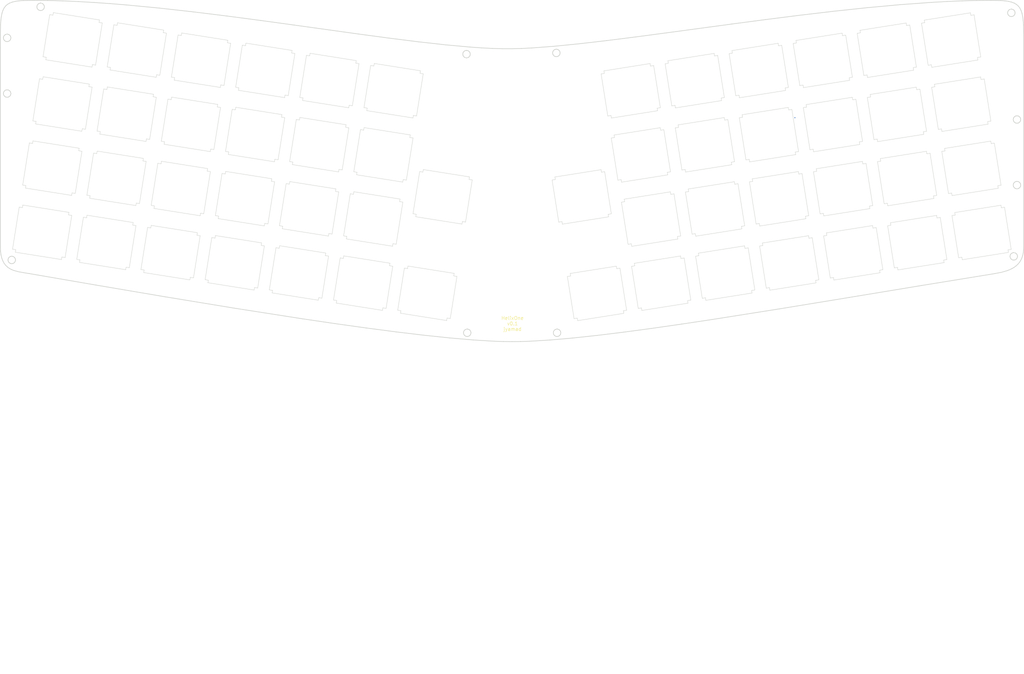
<source format=kicad_pcb>
(kicad_pcb (version 20171130) (host pcbnew "(5.1.6-0-10_14)")

  (general
    (thickness 1.6)
    (drawings 329)
    (tracks 2)
    (zones 0)
    (modules 53)
    (nets 2)
  )

  (page A3)
  (title_block
    (title HelixOne)
    (date 2020-07-14)
    (rev 0.1)
    (company jyamad)
  )

  (layers
    (0 F.Cu signal)
    (31 B.Cu signal)
    (32 B.Adhes user hide)
    (33 F.Adhes user hide)
    (34 B.Paste user hide)
    (35 F.Paste user hide)
    (36 B.SilkS user hide)
    (37 F.SilkS user hide)
    (38 B.Mask user hide)
    (39 F.Mask user hide)
    (40 Dwgs.User user hide)
    (41 Cmts.User user hide)
    (42 Eco1.User user hide)
    (43 Eco2.User user hide)
    (44 Edge.Cuts user)
    (45 Margin user hide)
    (46 B.CrtYd user hide)
    (47 F.CrtYd user hide)
    (48 B.Fab user hide)
    (49 F.Fab user hide)
  )

  (setup
    (last_trace_width 0.25)
    (trace_clearance 0.2)
    (zone_clearance 0.508)
    (zone_45_only no)
    (trace_min 0.2)
    (via_size 0.8)
    (via_drill 0.4)
    (via_min_size 0.4)
    (via_min_drill 0.3)
    (uvia_size 0.3)
    (uvia_drill 0.1)
    (uvias_allowed no)
    (uvia_min_size 0.2)
    (uvia_min_drill 0.1)
    (edge_width 0.15)
    (segment_width 0.2)
    (pcb_text_width 0.3)
    (pcb_text_size 1.5 1.5)
    (mod_edge_width 0.15)
    (mod_text_size 1 1)
    (mod_text_width 0.15)
    (pad_size 3.9878 3.9878)
    (pad_drill 3.9878)
    (pad_to_mask_clearance 0.051)
    (solder_mask_min_width 0.25)
    (aux_axis_origin 211.074 140.716)
    (visible_elements FFFFFFFF)
    (pcbplotparams
      (layerselection 0x01000_7ffffffe)
      (usegerberextensions false)
      (usegerberattributes false)
      (usegerberadvancedattributes false)
      (creategerberjobfile true)
      (excludeedgelayer true)
      (linewidth 0.100000)
      (plotframeref true)
      (viasonmask false)
      (mode 1)
      (useauxorigin false)
      (hpglpennumber 1)
      (hpglpenspeed 20)
      (hpglpendiameter 15.000000)
      (psnegative false)
      (psa4output false)
      (plotreference true)
      (plotvalue true)
      (plotinvisibletext false)
      (padsonsilk false)
      (subtractmaskfromsilk false)
      (outputformat 3)
      (mirror false)
      (drillshape 0)
      (scaleselection 1)
      (outputdirectory "gerber-switch/"))
  )

  (net 0 "")
  (net 1 /COL11)

  (net_class Default "This is the default net class."
    (clearance 0.2)
    (trace_width 0.25)
    (via_dia 0.8)
    (via_drill 0.4)
    (uvia_dia 0.3)
    (uvia_drill 0.1)
    (add_net /COL11)
  )

  (module Keebio:MX-Alps_Switch_Cutout_NoPad (layer F.Cu) (tedit 5CA1BC7A) (tstamp 5D261229)
    (at 241.99189 149.532628 9)
    (path /581EDDB7)
    (fp_text reference SW1.8 (at 0 3.174999 9) (layer F.Fab)
      (effects (font (size 1 1) (thickness 0.15)))
    )
    (fp_text value SWITCH_PUSH (at 0 -7.9375 9) (layer Dwgs.User)
      (effects (font (size 1 1) (thickness 0.15)))
    )
    (fp_line (start -9.5 -9.5) (end 9.5 -9.5) (layer Dwgs.User) (width 0.15))
    (fp_line (start -9.5 9.5) (end -9.5 -9.5) (layer Dwgs.User) (width 0.15))
    (fp_line (start 9.5 9.5) (end -9.5 9.5) (layer Dwgs.User) (width 0.15))
    (fp_line (start 9.5 -9.5) (end 9.5 9.5) (layer Dwgs.User) (width 0.15))
    (fp_line (start -6.85 -6.25) (end -6.85 -7) (layer Edge.Cuts) (width 0.12))
    (fp_line (start -6.85 -7) (end 6.85 -7) (layer Edge.Cuts) (width 0.12))
    (fp_line (start 6.85 -7) (end 6.85 -6.25) (layer Edge.Cuts) (width 0.12))
    (fp_line (start 6.85 -6.25) (end 7.8 -6.25) (layer Edge.Cuts) (width 0.12))
    (fp_line (start 7.8 -6.25) (end 7.8 6.25) (layer Edge.Cuts) (width 0.12))
    (fp_line (start 7.8 6.25) (end 6.85 6.25) (layer Edge.Cuts) (width 0.12))
    (fp_line (start 6.85 6.25) (end 6.85 7) (layer Edge.Cuts) (width 0.12))
    (fp_line (start 6.85 7) (end -6.85 7) (layer Edge.Cuts) (width 0.12))
    (fp_line (start -6.85 7) (end -6.85 6.25) (layer Edge.Cuts) (width 0.12))
    (fp_line (start -6.85 6.25) (end -7.8 6.25) (layer Edge.Cuts) (width 0.12))
    (fp_line (start -7.8 6.25) (end -7.8 -6.25) (layer Edge.Cuts) (width 0.12))
    (fp_line (start -7.8 -6.25) (end -6.85 -6.25) (layer Edge.Cuts) (width 0.12))
  )

  (module Keebio:MX-Alps_Switch_Cutout_NoPad (layer F.Cu) (tedit 5CA1BC7A) (tstamp 5D26124A)
    (at 317.056206 137.643607 9)
    (path /581EDF33)
    (fp_text reference SW1.12 (at 0 3.174999 9) (layer F.Fab)
      (effects (font (size 1 1) (thickness 0.15)))
    )
    (fp_text value SWITCH_PUSH (at 0 -7.9375 9) (layer Dwgs.User)
      (effects (font (size 1 1) (thickness 0.15)))
    )
    (fp_line (start -9.5 -9.5) (end 9.5 -9.5) (layer Dwgs.User) (width 0.15))
    (fp_line (start -9.5 9.5) (end -9.5 -9.5) (layer Dwgs.User) (width 0.15))
    (fp_line (start 9.5 9.5) (end -9.5 9.5) (layer Dwgs.User) (width 0.15))
    (fp_line (start 9.5 -9.5) (end 9.5 9.5) (layer Dwgs.User) (width 0.15))
    (fp_line (start -6.85 -6.25) (end -6.85 -7) (layer Edge.Cuts) (width 0.12))
    (fp_line (start -6.85 -7) (end 6.85 -7) (layer Edge.Cuts) (width 0.12))
    (fp_line (start 6.85 -7) (end 6.85 -6.25) (layer Edge.Cuts) (width 0.12))
    (fp_line (start 6.85 -6.25) (end 7.8 -6.25) (layer Edge.Cuts) (width 0.12))
    (fp_line (start 7.8 -6.25) (end 7.8 6.25) (layer Edge.Cuts) (width 0.12))
    (fp_line (start 7.8 6.25) (end 6.85 6.25) (layer Edge.Cuts) (width 0.12))
    (fp_line (start 6.85 6.25) (end 6.85 7) (layer Edge.Cuts) (width 0.12))
    (fp_line (start 6.85 7) (end -6.85 7) (layer Edge.Cuts) (width 0.12))
    (fp_line (start -6.85 7) (end -6.85 6.25) (layer Edge.Cuts) (width 0.12))
    (fp_line (start -6.85 6.25) (end -7.8 6.25) (layer Edge.Cuts) (width 0.12))
    (fp_line (start -7.8 6.25) (end -7.8 -6.25) (layer Edge.Cuts) (width 0.12))
    (fp_line (start -7.8 -6.25) (end -6.85 -6.25) (layer Edge.Cuts) (width 0.12))
  )

  (module Keebio:MX-Alps_Switch_Cutout_NoPad (layer F.Cu) (tedit 5CA1BC7A) (tstamp 5D261418)
    (at 88.278002 118.782839 351)
    (path /581E77CE)
    (fp_text reference SW2.1 (at 0 3.174999 171) (layer F.Fab)
      (effects (font (size 1 1) (thickness 0.15)))
    )
    (fp_text value SWITCH_PUSH (at 0 -7.9375 171) (layer Dwgs.User)
      (effects (font (size 1 1) (thickness 0.15)))
    )
    (fp_line (start -9.5 -9.5) (end 9.5 -9.5) (layer Dwgs.User) (width 0.15))
    (fp_line (start -9.5 9.5) (end -9.5 -9.5) (layer Dwgs.User) (width 0.15))
    (fp_line (start 9.5 9.5) (end -9.5 9.5) (layer Dwgs.User) (width 0.15))
    (fp_line (start 9.5 -9.5) (end 9.5 9.5) (layer Dwgs.User) (width 0.15))
    (fp_line (start -6.85 -6.25) (end -6.85 -7) (layer Edge.Cuts) (width 0.12))
    (fp_line (start -6.85 -7) (end 6.85 -7) (layer Edge.Cuts) (width 0.12))
    (fp_line (start 6.85 -7) (end 6.85 -6.25) (layer Edge.Cuts) (width 0.12))
    (fp_line (start 6.85 -6.25) (end 7.8 -6.25) (layer Edge.Cuts) (width 0.12))
    (fp_line (start 7.8 -6.25) (end 7.8 6.25) (layer Edge.Cuts) (width 0.12))
    (fp_line (start 7.8 6.25) (end 6.85 6.25) (layer Edge.Cuts) (width 0.12))
    (fp_line (start 6.85 6.25) (end 6.85 7) (layer Edge.Cuts) (width 0.12))
    (fp_line (start 6.85 7) (end -6.85 7) (layer Edge.Cuts) (width 0.12))
    (fp_line (start -6.85 7) (end -6.85 6.25) (layer Edge.Cuts) (width 0.12))
    (fp_line (start -6.85 6.25) (end -7.8 6.25) (layer Edge.Cuts) (width 0.12))
    (fp_line (start -7.8 6.25) (end -7.8 -6.25) (layer Edge.Cuts) (width 0.12))
    (fp_line (start -7.8 -6.25) (end -6.85 -6.25) (layer Edge.Cuts) (width 0.12))
  )

  (module Keebio:MX-Alps_Switch_Cutout_NoPad (layer F.Cu) (tedit 5CA1BC7A) (tstamp 5D2614DE)
    (at 72.437993 96.99962 351)
    (path /581E5C37)
    (fp_text reference SW3.0 (at 0 3.174999 171) (layer F.Fab)
      (effects (font (size 1 1) (thickness 0.15)))
    )
    (fp_text value SWITCH_PUSH (at 0 -7.9375 171) (layer Dwgs.User)
      (effects (font (size 1 1) (thickness 0.15)))
    )
    (fp_line (start -9.5 -9.5) (end 9.5 -9.5) (layer Dwgs.User) (width 0.15))
    (fp_line (start -9.5 9.5) (end -9.5 -9.5) (layer Dwgs.User) (width 0.15))
    (fp_line (start 9.5 9.5) (end -9.5 9.5) (layer Dwgs.User) (width 0.15))
    (fp_line (start 9.5 -9.5) (end 9.5 9.5) (layer Dwgs.User) (width 0.15))
    (fp_line (start -6.85 -6.25) (end -6.85 -7) (layer Edge.Cuts) (width 0.12))
    (fp_line (start -6.85 -7) (end 6.85 -7) (layer Edge.Cuts) (width 0.12))
    (fp_line (start 6.85 -7) (end 6.85 -6.25) (layer Edge.Cuts) (width 0.12))
    (fp_line (start 6.85 -6.25) (end 7.8 -6.25) (layer Edge.Cuts) (width 0.12))
    (fp_line (start 7.8 -6.25) (end 7.8 6.25) (layer Edge.Cuts) (width 0.12))
    (fp_line (start 7.8 6.25) (end 6.85 6.25) (layer Edge.Cuts) (width 0.12))
    (fp_line (start 6.85 6.25) (end 6.85 7) (layer Edge.Cuts) (width 0.12))
    (fp_line (start 6.85 7) (end -6.85 7) (layer Edge.Cuts) (width 0.12))
    (fp_line (start -6.85 7) (end -6.85 6.25) (layer Edge.Cuts) (width 0.12))
    (fp_line (start -6.85 6.25) (end -7.8 6.25) (layer Edge.Cuts) (width 0.12))
    (fp_line (start -7.8 6.25) (end -7.8 -6.25) (layer Edge.Cuts) (width 0.12))
    (fp_line (start -7.8 -6.25) (end -6.85 -6.25) (layer Edge.Cuts) (width 0.12))
  )

  (module Keebio:MX-Alps_Switch_Cutout_NoPad (layer F.Cu) (tedit 5CA1BC7A) (tstamp 5D26149C)
    (at 69.459933 115.802351 351)
    (path /581E5F32)
    (fp_text reference SW2.0 (at 0 3.174999 171) (layer F.Fab)
      (effects (font (size 1 1) (thickness 0.15)))
    )
    (fp_text value SWITCH_PUSH (at 0 -7.9375 171) (layer Dwgs.User)
      (effects (font (size 1 1) (thickness 0.15)))
    )
    (fp_line (start -9.5 -9.5) (end 9.5 -9.5) (layer Dwgs.User) (width 0.15))
    (fp_line (start -9.5 9.5) (end -9.5 -9.5) (layer Dwgs.User) (width 0.15))
    (fp_line (start 9.5 9.5) (end -9.5 9.5) (layer Dwgs.User) (width 0.15))
    (fp_line (start 9.5 -9.5) (end 9.5 9.5) (layer Dwgs.User) (width 0.15))
    (fp_line (start -6.85 -6.25) (end -6.85 -7) (layer Edge.Cuts) (width 0.12))
    (fp_line (start -6.85 -7) (end 6.85 -7) (layer Edge.Cuts) (width 0.12))
    (fp_line (start 6.85 -7) (end 6.85 -6.25) (layer Edge.Cuts) (width 0.12))
    (fp_line (start 6.85 -6.25) (end 7.8 -6.25) (layer Edge.Cuts) (width 0.12))
    (fp_line (start 7.8 -6.25) (end 7.8 6.25) (layer Edge.Cuts) (width 0.12))
    (fp_line (start 7.8 6.25) (end 6.85 6.25) (layer Edge.Cuts) (width 0.12))
    (fp_line (start 6.85 6.25) (end 6.85 7) (layer Edge.Cuts) (width 0.12))
    (fp_line (start 6.85 7) (end -6.85 7) (layer Edge.Cuts) (width 0.12))
    (fp_line (start -6.85 7) (end -6.85 6.25) (layer Edge.Cuts) (width 0.12))
    (fp_line (start -6.85 6.25) (end -7.8 6.25) (layer Edge.Cuts) (width 0.12))
    (fp_line (start -7.8 6.25) (end -7.8 -6.25) (layer Edge.Cuts) (width 0.12))
    (fp_line (start -7.8 -6.25) (end -6.85 -6.25) (layer Edge.Cuts) (width 0.12))
  )

  (module Keebio:MX-Alps_Switch_Cutout_NoPad (layer F.Cu) (tedit 5CA1BC7A) (tstamp 5D2610BE)
    (at 119.958017 162.349278 351)
    (path /581E7FCE)
    (fp_text reference SW0.3 (at 0 3.174999 171) (layer F.Fab)
      (effects (font (size 1 1) (thickness 0.15)))
    )
    (fp_text value SWITCH_PUSH (at 0 -7.9375 171) (layer Dwgs.User)
      (effects (font (size 1 1) (thickness 0.15)))
    )
    (fp_line (start -9.5 -9.5) (end 9.5 -9.5) (layer Dwgs.User) (width 0.15))
    (fp_line (start -9.5 9.5) (end -9.5 -9.5) (layer Dwgs.User) (width 0.15))
    (fp_line (start 9.5 9.5) (end -9.5 9.5) (layer Dwgs.User) (width 0.15))
    (fp_line (start 9.5 -9.5) (end 9.5 9.5) (layer Dwgs.User) (width 0.15))
    (fp_line (start -6.85 -6.25) (end -6.85 -7) (layer Edge.Cuts) (width 0.12))
    (fp_line (start -6.85 -7) (end 6.85 -7) (layer Edge.Cuts) (width 0.12))
    (fp_line (start 6.85 -7) (end 6.85 -6.25) (layer Edge.Cuts) (width 0.12))
    (fp_line (start 6.85 -6.25) (end 7.8 -6.25) (layer Edge.Cuts) (width 0.12))
    (fp_line (start 7.8 -6.25) (end 7.8 6.25) (layer Edge.Cuts) (width 0.12))
    (fp_line (start 7.8 6.25) (end 6.85 6.25) (layer Edge.Cuts) (width 0.12))
    (fp_line (start 6.85 6.25) (end 6.85 7) (layer Edge.Cuts) (width 0.12))
    (fp_line (start 6.85 7) (end -6.85 7) (layer Edge.Cuts) (width 0.12))
    (fp_line (start -6.85 7) (end -6.85 6.25) (layer Edge.Cuts) (width 0.12))
    (fp_line (start -6.85 6.25) (end -7.8 6.25) (layer Edge.Cuts) (width 0.12))
    (fp_line (start -7.8 6.25) (end -7.8 -6.25) (layer Edge.Cuts) (width 0.12))
    (fp_line (start -7.8 -6.25) (end -6.85 -6.25) (layer Edge.Cuts) (width 0.12))
  )

  (module Keebio:MX-Alps_Switch_Cutout_NoPad (layer F.Cu) (tedit 5CA1BC7A) (tstamp 5D2607FE)
    (at 332.933292 115.854516 9)
    (path /5D4809F9)
    (fp_text reference SW2.13 (at 0 3.174999 9) (layer F.Fab)
      (effects (font (size 1 1) (thickness 0.15)))
    )
    (fp_text value SWITCH_PUSH (at 0 -7.9375 9) (layer Dwgs.User)
      (effects (font (size 1 1) (thickness 0.15)))
    )
    (fp_line (start -9.5 -9.5) (end 9.5 -9.5) (layer Dwgs.User) (width 0.15))
    (fp_line (start -9.5 9.5) (end -9.5 -9.5) (layer Dwgs.User) (width 0.15))
    (fp_line (start 9.5 9.5) (end -9.5 9.5) (layer Dwgs.User) (width 0.15))
    (fp_line (start 9.5 -9.5) (end 9.5 9.5) (layer Dwgs.User) (width 0.15))
    (fp_line (start -6.85 -6.25) (end -6.85 -7) (layer Edge.Cuts) (width 0.12))
    (fp_line (start -6.85 -7) (end 6.85 -7) (layer Edge.Cuts) (width 0.12))
    (fp_line (start 6.85 -7) (end 6.85 -6.25) (layer Edge.Cuts) (width 0.12))
    (fp_line (start 6.85 -6.25) (end 7.8 -6.25) (layer Edge.Cuts) (width 0.12))
    (fp_line (start 7.8 -6.25) (end 7.8 6.25) (layer Edge.Cuts) (width 0.12))
    (fp_line (start 7.8 6.25) (end 6.85 6.25) (layer Edge.Cuts) (width 0.12))
    (fp_line (start 6.85 6.25) (end 6.85 7) (layer Edge.Cuts) (width 0.12))
    (fp_line (start 6.85 7) (end -6.85 7) (layer Edge.Cuts) (width 0.12))
    (fp_line (start -6.85 7) (end -6.85 6.25) (layer Edge.Cuts) (width 0.12))
    (fp_line (start -6.85 6.25) (end -7.8 6.25) (layer Edge.Cuts) (width 0.12))
    (fp_line (start -7.8 6.25) (end -7.8 -6.25) (layer Edge.Cuts) (width 0.12))
    (fp_line (start -7.8 -6.25) (end -6.85 -6.25) (layer Edge.Cuts) (width 0.12))
  )

  (module Keebio:MX-Alps_Switch_Cutout_NoPad (layer F.Cu) (tedit 5CA1BC7A) (tstamp 5D2607DC)
    (at 335.911353 134.657245 9)
    (path /5D480A07)
    (fp_text reference SW1.13 (at 0 3.174999 9) (layer F.Fab)
      (effects (font (size 1 1) (thickness 0.15)))
    )
    (fp_text value SWITCH_PUSH (at 0 -7.9375 9) (layer Dwgs.User)
      (effects (font (size 1 1) (thickness 0.15)))
    )
    (fp_line (start -9.5 -9.5) (end 9.5 -9.5) (layer Dwgs.User) (width 0.15))
    (fp_line (start -9.5 9.5) (end -9.5 -9.5) (layer Dwgs.User) (width 0.15))
    (fp_line (start 9.5 9.5) (end -9.5 9.5) (layer Dwgs.User) (width 0.15))
    (fp_line (start 9.5 -9.5) (end 9.5 9.5) (layer Dwgs.User) (width 0.15))
    (fp_line (start -6.85 -6.25) (end -6.85 -7) (layer Edge.Cuts) (width 0.12))
    (fp_line (start -6.85 -7) (end 6.85 -7) (layer Edge.Cuts) (width 0.12))
    (fp_line (start 6.85 -7) (end 6.85 -6.25) (layer Edge.Cuts) (width 0.12))
    (fp_line (start 6.85 -6.25) (end 7.8 -6.25) (layer Edge.Cuts) (width 0.12))
    (fp_line (start 7.8 -6.25) (end 7.8 6.25) (layer Edge.Cuts) (width 0.12))
    (fp_line (start 7.8 6.25) (end 6.85 6.25) (layer Edge.Cuts) (width 0.12))
    (fp_line (start 6.85 6.25) (end 6.85 7) (layer Edge.Cuts) (width 0.12))
    (fp_line (start 6.85 7) (end -6.85 7) (layer Edge.Cuts) (width 0.12))
    (fp_line (start -6.85 7) (end -6.85 6.25) (layer Edge.Cuts) (width 0.12))
    (fp_line (start -6.85 6.25) (end -7.8 6.25) (layer Edge.Cuts) (width 0.12))
    (fp_line (start -7.8 6.25) (end -7.8 -6.25) (layer Edge.Cuts) (width 0.12))
    (fp_line (start -7.8 -6.25) (end -6.85 -6.25) (layer Edge.Cuts) (width 0.12))
  )

  (module Keebio:MX-Alps_Switch_Cutout_NoPad (layer F.Cu) (tedit 5CA1BC7A) (tstamp 5D260820)
    (at 329.955232 97.051786 9)
    (path /5D4809EB)
    (fp_text reference SW3.13 (at 0 3.174999 9) (layer F.Fab)
      (effects (font (size 1 1) (thickness 0.15)))
    )
    (fp_text value SWITCH_PUSH (at 0 -7.9375 9) (layer Dwgs.User)
      (effects (font (size 1 1) (thickness 0.15)))
    )
    (fp_line (start -9.5 -9.5) (end 9.5 -9.5) (layer Dwgs.User) (width 0.15))
    (fp_line (start -9.5 9.5) (end -9.5 -9.5) (layer Dwgs.User) (width 0.15))
    (fp_line (start 9.5 9.5) (end -9.5 9.5) (layer Dwgs.User) (width 0.15))
    (fp_line (start 9.5 -9.5) (end 9.5 9.5) (layer Dwgs.User) (width 0.15))
    (fp_line (start -6.85 -6.25) (end -6.85 -7) (layer Edge.Cuts) (width 0.12))
    (fp_line (start -6.85 -7) (end 6.85 -7) (layer Edge.Cuts) (width 0.12))
    (fp_line (start 6.85 -7) (end 6.85 -6.25) (layer Edge.Cuts) (width 0.12))
    (fp_line (start 6.85 -6.25) (end 7.8 -6.25) (layer Edge.Cuts) (width 0.12))
    (fp_line (start 7.8 -6.25) (end 7.8 6.25) (layer Edge.Cuts) (width 0.12))
    (fp_line (start 7.8 6.25) (end 6.85 6.25) (layer Edge.Cuts) (width 0.12))
    (fp_line (start 6.85 6.25) (end 6.85 7) (layer Edge.Cuts) (width 0.12))
    (fp_line (start 6.85 7) (end -6.85 7) (layer Edge.Cuts) (width 0.12))
    (fp_line (start -6.85 7) (end -6.85 6.25) (layer Edge.Cuts) (width 0.12))
    (fp_line (start -6.85 6.25) (end -7.8 6.25) (layer Edge.Cuts) (width 0.12))
    (fp_line (start -7.8 6.25) (end -7.8 -6.25) (layer Edge.Cuts) (width 0.12))
    (fp_line (start -7.8 -6.25) (end -6.85 -6.25) (layer Edge.Cuts) (width 0.12))
  )

  (module Keebio:MX-Alps_Switch_Cutout_NoPad (layer F.Cu) (tedit 5CA1BC7A) (tstamp 5D2614BD)
    (at 276.545987 124.785387 9)
    (path /581EDE62)
    (fp_text reference SW2.10 (at 0 3.174999 9) (layer F.Fab)
      (effects (font (size 1 1) (thickness 0.15)))
    )
    (fp_text value SWITCH_PUSH (at 0 -7.9375 9) (layer Dwgs.User)
      (effects (font (size 1 1) (thickness 0.15)))
    )
    (fp_line (start -9.5 -9.5) (end 9.5 -9.5) (layer Dwgs.User) (width 0.15))
    (fp_line (start -9.5 9.5) (end -9.5 -9.5) (layer Dwgs.User) (width 0.15))
    (fp_line (start 9.5 9.5) (end -9.5 9.5) (layer Dwgs.User) (width 0.15))
    (fp_line (start 9.5 -9.5) (end 9.5 9.5) (layer Dwgs.User) (width 0.15))
    (fp_line (start -6.85 -6.25) (end -6.85 -7) (layer Edge.Cuts) (width 0.12))
    (fp_line (start -6.85 -7) (end 6.85 -7) (layer Edge.Cuts) (width 0.12))
    (fp_line (start 6.85 -7) (end 6.85 -6.25) (layer Edge.Cuts) (width 0.12))
    (fp_line (start 6.85 -6.25) (end 7.8 -6.25) (layer Edge.Cuts) (width 0.12))
    (fp_line (start 7.8 -6.25) (end 7.8 6.25) (layer Edge.Cuts) (width 0.12))
    (fp_line (start 7.8 6.25) (end 6.85 6.25) (layer Edge.Cuts) (width 0.12))
    (fp_line (start 6.85 6.25) (end 6.85 7) (layer Edge.Cuts) (width 0.12))
    (fp_line (start 6.85 7) (end -6.85 7) (layer Edge.Cuts) (width 0.12))
    (fp_line (start -6.85 7) (end -6.85 6.25) (layer Edge.Cuts) (width 0.12))
    (fp_line (start -6.85 6.25) (end -7.8 6.25) (layer Edge.Cuts) (width 0.12))
    (fp_line (start -7.8 6.25) (end -7.8 -6.25) (layer Edge.Cuts) (width 0.12))
    (fp_line (start -7.8 -6.25) (end -6.85 -6.25) (layer Edge.Cuts) (width 0.12))
  )

  (module Keebio:MX-Alps_Switch_Cutout_NoPad (layer F.Cu) (tedit 5CA1BC7A) (tstamp 5D26147B)
    (at 144.728582 127.723735 351)
    (path /581E824B)
    (fp_text reference SW2.4 (at 0 3.174999 171) (layer F.Fab)
      (effects (font (size 1 1) (thickness 0.15)))
    )
    (fp_text value SWITCH_PUSH (at 0 -7.9375 171) (layer Dwgs.User)
      (effects (font (size 1 1) (thickness 0.15)))
    )
    (fp_line (start -9.5 -9.5) (end 9.5 -9.5) (layer Dwgs.User) (width 0.15))
    (fp_line (start -9.5 9.5) (end -9.5 -9.5) (layer Dwgs.User) (width 0.15))
    (fp_line (start 9.5 9.5) (end -9.5 9.5) (layer Dwgs.User) (width 0.15))
    (fp_line (start 9.5 -9.5) (end 9.5 9.5) (layer Dwgs.User) (width 0.15))
    (fp_line (start -6.85 -6.25) (end -6.85 -7) (layer Edge.Cuts) (width 0.12))
    (fp_line (start -6.85 -7) (end 6.85 -7) (layer Edge.Cuts) (width 0.12))
    (fp_line (start 6.85 -7) (end 6.85 -6.25) (layer Edge.Cuts) (width 0.12))
    (fp_line (start 6.85 -6.25) (end 7.8 -6.25) (layer Edge.Cuts) (width 0.12))
    (fp_line (start 7.8 -6.25) (end 7.8 6.25) (layer Edge.Cuts) (width 0.12))
    (fp_line (start 7.8 6.25) (end 6.85 6.25) (layer Edge.Cuts) (width 0.12))
    (fp_line (start 6.85 6.25) (end 6.85 7) (layer Edge.Cuts) (width 0.12))
    (fp_line (start 6.85 7) (end -6.85 7) (layer Edge.Cuts) (width 0.12))
    (fp_line (start -6.85 7) (end -6.85 6.25) (layer Edge.Cuts) (width 0.12))
    (fp_line (start -6.85 6.25) (end -7.8 6.25) (layer Edge.Cuts) (width 0.12))
    (fp_line (start -7.8 6.25) (end -7.8 -6.25) (layer Edge.Cuts) (width 0.12))
    (fp_line (start -7.8 -6.25) (end -6.85 -6.25) (layer Edge.Cuts) (width 0.12))
  )

  (module Keebio:MX-Alps_Switch_Cutout_NoPad (layer F.Cu) (tedit 5CA1BC7A) (tstamp 5D2613D6)
    (at 125.933335 124.746861 351)
    (path /581E7FA8)
    (fp_text reference SW2.3 (at 0 3.174999 171) (layer F.Fab)
      (effects (font (size 1 1) (thickness 0.15)))
    )
    (fp_text value SWITCH_PUSH (at 0 -7.9375 171) (layer Dwgs.User)
      (effects (font (size 1 1) (thickness 0.15)))
    )
    (fp_line (start -9.5 -9.5) (end 9.5 -9.5) (layer Dwgs.User) (width 0.15))
    (fp_line (start -9.5 9.5) (end -9.5 -9.5) (layer Dwgs.User) (width 0.15))
    (fp_line (start 9.5 9.5) (end -9.5 9.5) (layer Dwgs.User) (width 0.15))
    (fp_line (start 9.5 -9.5) (end 9.5 9.5) (layer Dwgs.User) (width 0.15))
    (fp_line (start -6.85 -6.25) (end -6.85 -7) (layer Edge.Cuts) (width 0.12))
    (fp_line (start -6.85 -7) (end 6.85 -7) (layer Edge.Cuts) (width 0.12))
    (fp_line (start 6.85 -7) (end 6.85 -6.25) (layer Edge.Cuts) (width 0.12))
    (fp_line (start 6.85 -6.25) (end 7.8 -6.25) (layer Edge.Cuts) (width 0.12))
    (fp_line (start 7.8 -6.25) (end 7.8 6.25) (layer Edge.Cuts) (width 0.12))
    (fp_line (start 7.8 6.25) (end 6.85 6.25) (layer Edge.Cuts) (width 0.12))
    (fp_line (start 6.85 6.25) (end 6.85 7) (layer Edge.Cuts) (width 0.12))
    (fp_line (start 6.85 7) (end -6.85 7) (layer Edge.Cuts) (width 0.12))
    (fp_line (start -6.85 7) (end -6.85 6.25) (layer Edge.Cuts) (width 0.12))
    (fp_line (start -6.85 6.25) (end -7.8 6.25) (layer Edge.Cuts) (width 0.12))
    (fp_line (start -7.8 6.25) (end -7.8 -6.25) (layer Edge.Cuts) (width 0.12))
    (fp_line (start -7.8 -6.25) (end -6.85 -6.25) (layer Edge.Cuts) (width 0.12))
  )

  (module Keebio:MX-Alps_Switch_Cutout_NoPad (layer F.Cu) (tedit 5CA1BC7A) (tstamp 5D261373)
    (at 314.078143 118.840878 9)
    (path /581EDF20)
    (fp_text reference SW2.12 (at 0 3.174999 9) (layer F.Fab)
      (effects (font (size 1 1) (thickness 0.15)))
    )
    (fp_text value SWITCH_PUSH (at 0 -7.9375 9) (layer Dwgs.User)
      (effects (font (size 1 1) (thickness 0.15)))
    )
    (fp_line (start -9.5 -9.5) (end 9.5 -9.5) (layer Dwgs.User) (width 0.15))
    (fp_line (start -9.5 9.5) (end -9.5 -9.5) (layer Dwgs.User) (width 0.15))
    (fp_line (start 9.5 9.5) (end -9.5 9.5) (layer Dwgs.User) (width 0.15))
    (fp_line (start 9.5 -9.5) (end 9.5 9.5) (layer Dwgs.User) (width 0.15))
    (fp_line (start -6.85 -6.25) (end -6.85 -7) (layer Edge.Cuts) (width 0.12))
    (fp_line (start -6.85 -7) (end 6.85 -7) (layer Edge.Cuts) (width 0.12))
    (fp_line (start 6.85 -7) (end 6.85 -6.25) (layer Edge.Cuts) (width 0.12))
    (fp_line (start 6.85 -6.25) (end 7.8 -6.25) (layer Edge.Cuts) (width 0.12))
    (fp_line (start 7.8 -6.25) (end 7.8 6.25) (layer Edge.Cuts) (width 0.12))
    (fp_line (start 7.8 6.25) (end 6.85 6.25) (layer Edge.Cuts) (width 0.12))
    (fp_line (start 6.85 6.25) (end 6.85 7) (layer Edge.Cuts) (width 0.12))
    (fp_line (start 6.85 7) (end -6.85 7) (layer Edge.Cuts) (width 0.12))
    (fp_line (start -6.85 7) (end -6.85 6.25) (layer Edge.Cuts) (width 0.12))
    (fp_line (start -6.85 6.25) (end -7.8 6.25) (layer Edge.Cuts) (width 0.12))
    (fp_line (start -7.8 6.25) (end -7.8 -6.25) (layer Edge.Cuts) (width 0.12))
    (fp_line (start -7.8 -6.25) (end -6.85 -6.25) (layer Edge.Cuts) (width 0.12))
  )

  (module Keebio:MX-Alps_Switch_Cutout_NoPad (layer F.Cu) (tedit 5CA1BC7A) (tstamp 5D2612EF)
    (at 160.556784 149.505084 351)
    (path /581E82BD)
    (fp_text reference SW1.5 (at 0 3.174999 171) (layer F.Fab)
      (effects (font (size 1 1) (thickness 0.15)))
    )
    (fp_text value SWITCH_PUSH (at 0 -7.9375 171) (layer Dwgs.User)
      (effects (font (size 1 1) (thickness 0.15)))
    )
    (fp_line (start -9.5 -9.5) (end 9.5 -9.5) (layer Dwgs.User) (width 0.15))
    (fp_line (start -9.5 9.5) (end -9.5 -9.5) (layer Dwgs.User) (width 0.15))
    (fp_line (start 9.5 9.5) (end -9.5 9.5) (layer Dwgs.User) (width 0.15))
    (fp_line (start 9.5 -9.5) (end 9.5 9.5) (layer Dwgs.User) (width 0.15))
    (fp_line (start -6.85 -6.25) (end -6.85 -7) (layer Edge.Cuts) (width 0.12))
    (fp_line (start -6.85 -7) (end 6.85 -7) (layer Edge.Cuts) (width 0.12))
    (fp_line (start 6.85 -7) (end 6.85 -6.25) (layer Edge.Cuts) (width 0.12))
    (fp_line (start 6.85 -6.25) (end 7.8 -6.25) (layer Edge.Cuts) (width 0.12))
    (fp_line (start 7.8 -6.25) (end 7.8 6.25) (layer Edge.Cuts) (width 0.12))
    (fp_line (start 7.8 6.25) (end 6.85 6.25) (layer Edge.Cuts) (width 0.12))
    (fp_line (start 6.85 6.25) (end 6.85 7) (layer Edge.Cuts) (width 0.12))
    (fp_line (start 6.85 7) (end -6.85 7) (layer Edge.Cuts) (width 0.12))
    (fp_line (start -6.85 7) (end -6.85 6.25) (layer Edge.Cuts) (width 0.12))
    (fp_line (start -6.85 6.25) (end -7.8 6.25) (layer Edge.Cuts) (width 0.12))
    (fp_line (start -7.8 6.25) (end -7.8 -6.25) (layer Edge.Cuts) (width 0.12))
    (fp_line (start -7.8 -6.25) (end -6.85 -6.25) (layer Edge.Cuts) (width 0.12))
  )

  (module Keebio:MX-Alps_Switch_Cutout_NoPad (layer F.Cu) (tedit 5CA1BC7A) (tstamp 5D2612CE)
    (at 180.891819 143.007667 351)
    (path /581F1F28)
    (fp_text reference SW1.6 (at 0 3.174999 171) (layer F.Fab)
      (effects (font (size 1 1) (thickness 0.15)))
    )
    (fp_text value SWITCH_PUSH (at 0 -7.9375 171) (layer Dwgs.User)
      (effects (font (size 1 1) (thickness 0.15)))
    )
    (fp_line (start -9.5 -9.5) (end 9.5 -9.5) (layer Dwgs.User) (width 0.15))
    (fp_line (start -9.5 9.5) (end -9.5 -9.5) (layer Dwgs.User) (width 0.15))
    (fp_line (start 9.5 9.5) (end -9.5 9.5) (layer Dwgs.User) (width 0.15))
    (fp_line (start 9.5 -9.5) (end 9.5 9.5) (layer Dwgs.User) (width 0.15))
    (fp_line (start -6.85 -6.25) (end -6.85 -7) (layer Edge.Cuts) (width 0.12))
    (fp_line (start -6.85 -7) (end 6.85 -7) (layer Edge.Cuts) (width 0.12))
    (fp_line (start 6.85 -7) (end 6.85 -6.25) (layer Edge.Cuts) (width 0.12))
    (fp_line (start 6.85 -6.25) (end 7.8 -6.25) (layer Edge.Cuts) (width 0.12))
    (fp_line (start 7.8 -6.25) (end 7.8 6.25) (layer Edge.Cuts) (width 0.12))
    (fp_line (start 7.8 6.25) (end 6.85 6.25) (layer Edge.Cuts) (width 0.12))
    (fp_line (start 6.85 6.25) (end 6.85 7) (layer Edge.Cuts) (width 0.12))
    (fp_line (start 6.85 7) (end -6.85 7) (layer Edge.Cuts) (width 0.12))
    (fp_line (start -6.85 7) (end -6.85 6.25) (layer Edge.Cuts) (width 0.12))
    (fp_line (start -6.85 6.25) (end -7.8 6.25) (layer Edge.Cuts) (width 0.12))
    (fp_line (start -7.8 6.25) (end -7.8 -6.25) (layer Edge.Cuts) (width 0.12))
    (fp_line (start -7.8 -6.25) (end -6.85 -6.25) (layer Edge.Cuts) (width 0.12))
  )

  (module Keebio:MX-Alps_Switch_Cutout_NoPad (layer F.Cu) (tedit 5CA1BC7A) (tstamp 5D26126B)
    (at 298.290124 140.615863 9)
    (path /581EDED4)
    (fp_text reference SW1.11 (at 0 3.174999 9) (layer F.Fab)
      (effects (font (size 1 1) (thickness 0.15)))
    )
    (fp_text value SWITCH_PUSH (at 0 -7.9375 9) (layer Dwgs.User)
      (effects (font (size 1 1) (thickness 0.15)))
    )
    (fp_line (start -9.5 -9.5) (end 9.5 -9.5) (layer Dwgs.User) (width 0.15))
    (fp_line (start -9.5 9.5) (end -9.5 -9.5) (layer Dwgs.User) (width 0.15))
    (fp_line (start 9.5 9.5) (end -9.5 9.5) (layer Dwgs.User) (width 0.15))
    (fp_line (start 9.5 -9.5) (end 9.5 9.5) (layer Dwgs.User) (width 0.15))
    (fp_line (start -6.85 -6.25) (end -6.85 -7) (layer Edge.Cuts) (width 0.12))
    (fp_line (start -6.85 -7) (end 6.85 -7) (layer Edge.Cuts) (width 0.12))
    (fp_line (start 6.85 -7) (end 6.85 -6.25) (layer Edge.Cuts) (width 0.12))
    (fp_line (start 6.85 -6.25) (end 7.8 -6.25) (layer Edge.Cuts) (width 0.12))
    (fp_line (start 7.8 -6.25) (end 7.8 6.25) (layer Edge.Cuts) (width 0.12))
    (fp_line (start 7.8 6.25) (end 6.85 6.25) (layer Edge.Cuts) (width 0.12))
    (fp_line (start 6.85 6.25) (end 6.85 7) (layer Edge.Cuts) (width 0.12))
    (fp_line (start 6.85 7) (end -6.85 7) (layer Edge.Cuts) (width 0.12))
    (fp_line (start -6.85 7) (end -6.85 6.25) (layer Edge.Cuts) (width 0.12))
    (fp_line (start -6.85 6.25) (end -7.8 6.25) (layer Edge.Cuts) (width 0.12))
    (fp_line (start -7.8 6.25) (end -7.8 -6.25) (layer Edge.Cuts) (width 0.12))
    (fp_line (start -7.8 -6.25) (end -6.85 -6.25) (layer Edge.Cuts) (width 0.12))
  )

  (module Keebio:MX-Alps_Switch_Cutout_NoPad (layer F.Cu) (tedit 5CA1BC7A) (tstamp 5D2611C6)
    (at 141.752843 146.526833 351)
    (path /581E825E)
    (fp_text reference SW1.4 (at 0 3.174999 171) (layer F.Fab)
      (effects (font (size 1 1) (thickness 0.15)))
    )
    (fp_text value SWITCH_PUSH (at 0 -7.9375 171) (layer Dwgs.User)
      (effects (font (size 1 1) (thickness 0.15)))
    )
    (fp_line (start -9.5 -9.5) (end 9.5 -9.5) (layer Dwgs.User) (width 0.15))
    (fp_line (start -9.5 9.5) (end -9.5 -9.5) (layer Dwgs.User) (width 0.15))
    (fp_line (start 9.5 9.5) (end -9.5 9.5) (layer Dwgs.User) (width 0.15))
    (fp_line (start 9.5 -9.5) (end 9.5 9.5) (layer Dwgs.User) (width 0.15))
    (fp_line (start -6.85 -6.25) (end -6.85 -7) (layer Edge.Cuts) (width 0.12))
    (fp_line (start -6.85 -7) (end 6.85 -7) (layer Edge.Cuts) (width 0.12))
    (fp_line (start 6.85 -7) (end 6.85 -6.25) (layer Edge.Cuts) (width 0.12))
    (fp_line (start 6.85 -6.25) (end 7.8 -6.25) (layer Edge.Cuts) (width 0.12))
    (fp_line (start 7.8 -6.25) (end 7.8 6.25) (layer Edge.Cuts) (width 0.12))
    (fp_line (start 7.8 6.25) (end 6.85 6.25) (layer Edge.Cuts) (width 0.12))
    (fp_line (start 6.85 6.25) (end 6.85 7) (layer Edge.Cuts) (width 0.12))
    (fp_line (start 6.85 7) (end -6.85 7) (layer Edge.Cuts) (width 0.12))
    (fp_line (start -6.85 7) (end -6.85 6.25) (layer Edge.Cuts) (width 0.12))
    (fp_line (start -6.85 6.25) (end -7.8 6.25) (layer Edge.Cuts) (width 0.12))
    (fp_line (start -7.8 6.25) (end -7.8 -6.25) (layer Edge.Cuts) (width 0.12))
    (fp_line (start -7.8 -6.25) (end -6.85 -6.25) (layer Edge.Cuts) (width 0.12))
  )

  (module Keebio:MX-Alps_Switch_Cutout_NoPad (layer F.Cu) (tedit 5CA1BC7A) (tstamp 5D261184)
    (at 244.969949 168.335356 9)
    (path /581EDDCA)
    (fp_text reference SW0.8 (at 0 3.174999 9) (layer F.Fab)
      (effects (font (size 1 1) (thickness 0.15)))
    )
    (fp_text value SWITCH_PUSH (at 0 -7.9375 9) (layer Dwgs.User)
      (effects (font (size 1 1) (thickness 0.15)))
    )
    (fp_line (start -9.5 -9.5) (end 9.5 -9.5) (layer Dwgs.User) (width 0.15))
    (fp_line (start -9.5 9.5) (end -9.5 -9.5) (layer Dwgs.User) (width 0.15))
    (fp_line (start 9.5 9.5) (end -9.5 9.5) (layer Dwgs.User) (width 0.15))
    (fp_line (start 9.5 -9.5) (end 9.5 9.5) (layer Dwgs.User) (width 0.15))
    (fp_line (start -6.85 -6.25) (end -6.85 -7) (layer Edge.Cuts) (width 0.12))
    (fp_line (start -6.85 -7) (end 6.85 -7) (layer Edge.Cuts) (width 0.12))
    (fp_line (start 6.85 -7) (end 6.85 -6.25) (layer Edge.Cuts) (width 0.12))
    (fp_line (start 6.85 -6.25) (end 7.8 -6.25) (layer Edge.Cuts) (width 0.12))
    (fp_line (start 7.8 -6.25) (end 7.8 6.25) (layer Edge.Cuts) (width 0.12))
    (fp_line (start 7.8 6.25) (end 6.85 6.25) (layer Edge.Cuts) (width 0.12))
    (fp_line (start 6.85 6.25) (end 6.85 7) (layer Edge.Cuts) (width 0.12))
    (fp_line (start 6.85 7) (end -6.85 7) (layer Edge.Cuts) (width 0.12))
    (fp_line (start -6.85 7) (end -6.85 6.25) (layer Edge.Cuts) (width 0.12))
    (fp_line (start -6.85 6.25) (end -7.8 6.25) (layer Edge.Cuts) (width 0.12))
    (fp_line (start -7.8 6.25) (end -7.8 -6.25) (layer Edge.Cuts) (width 0.12))
    (fp_line (start -7.8 -6.25) (end -6.85 -6.25) (layer Edge.Cuts) (width 0.12))
  )

  (module Keebio:MX-Alps_Switch_Cutout_NoPad (layer F.Cu) (tedit 5CA1BC7A) (tstamp 5D26109D)
    (at 282.502105 162.390847 9)
    (path /581EDE88)
    (fp_text reference SW0.10 (at 0 3.174999 9) (layer F.Fab)
      (effects (font (size 1 1) (thickness 0.15)))
    )
    (fp_text value SWITCH_PUSH (at 0 -7.9375 9) (layer Dwgs.User)
      (effects (font (size 1 1) (thickness 0.15)))
    )
    (fp_line (start -9.5 -9.5) (end 9.5 -9.5) (layer Dwgs.User) (width 0.15))
    (fp_line (start -9.5 9.5) (end -9.5 -9.5) (layer Dwgs.User) (width 0.15))
    (fp_line (start 9.5 9.5) (end -9.5 9.5) (layer Dwgs.User) (width 0.15))
    (fp_line (start 9.5 -9.5) (end 9.5 9.5) (layer Dwgs.User) (width 0.15))
    (fp_line (start -6.85 -6.25) (end -6.85 -7) (layer Edge.Cuts) (width 0.12))
    (fp_line (start -6.85 -7) (end 6.85 -7) (layer Edge.Cuts) (width 0.12))
    (fp_line (start 6.85 -7) (end 6.85 -6.25) (layer Edge.Cuts) (width 0.12))
    (fp_line (start 6.85 -6.25) (end 7.8 -6.25) (layer Edge.Cuts) (width 0.12))
    (fp_line (start 7.8 -6.25) (end 7.8 6.25) (layer Edge.Cuts) (width 0.12))
    (fp_line (start 7.8 6.25) (end 6.85 6.25) (layer Edge.Cuts) (width 0.12))
    (fp_line (start 6.85 6.25) (end 6.85 7) (layer Edge.Cuts) (width 0.12))
    (fp_line (start 6.85 7) (end -6.85 7) (layer Edge.Cuts) (width 0.12))
    (fp_line (start -6.85 7) (end -6.85 6.25) (layer Edge.Cuts) (width 0.12))
    (fp_line (start -6.85 6.25) (end -7.8 6.25) (layer Edge.Cuts) (width 0.12))
    (fp_line (start -7.8 6.25) (end -7.8 -6.25) (layer Edge.Cuts) (width 0.12))
    (fp_line (start -7.8 -6.25) (end -6.85 -6.25) (layer Edge.Cuts) (width 0.12))
  )

  (module Keebio:MX-Alps_Switch_Cutout_NoPad (layer F.Cu) (tedit 5CA1BC7A) (tstamp 5D26107C)
    (at 63.503814 153.40781 351)
    (path /581E608A)
    (fp_text reference SW0.0 (at 0 3.174999 171) (layer F.Fab)
      (effects (font (size 1 1) (thickness 0.15)))
    )
    (fp_text value SWITCH_PUSH (at 0 -7.9375 171) (layer Dwgs.User)
      (effects (font (size 1 1) (thickness 0.15)))
    )
    (fp_line (start -9.5 -9.5) (end 9.5 -9.5) (layer Dwgs.User) (width 0.15))
    (fp_line (start -9.5 9.5) (end -9.5 -9.5) (layer Dwgs.User) (width 0.15))
    (fp_line (start 9.5 9.5) (end -9.5 9.5) (layer Dwgs.User) (width 0.15))
    (fp_line (start 9.5 -9.5) (end 9.5 9.5) (layer Dwgs.User) (width 0.15))
    (fp_line (start -6.85 -6.25) (end -6.85 -7) (layer Edge.Cuts) (width 0.12))
    (fp_line (start -6.85 -7) (end 6.85 -7) (layer Edge.Cuts) (width 0.12))
    (fp_line (start 6.85 -7) (end 6.85 -6.25) (layer Edge.Cuts) (width 0.12))
    (fp_line (start 6.85 -6.25) (end 7.8 -6.25) (layer Edge.Cuts) (width 0.12))
    (fp_line (start 7.8 -6.25) (end 7.8 6.25) (layer Edge.Cuts) (width 0.12))
    (fp_line (start 7.8 6.25) (end 6.85 6.25) (layer Edge.Cuts) (width 0.12))
    (fp_line (start 6.85 6.25) (end 6.85 7) (layer Edge.Cuts) (width 0.12))
    (fp_line (start 6.85 7) (end -6.85 7) (layer Edge.Cuts) (width 0.12))
    (fp_line (start -6.85 7) (end -6.85 6.25) (layer Edge.Cuts) (width 0.12))
    (fp_line (start -6.85 6.25) (end -7.8 6.25) (layer Edge.Cuts) (width 0.12))
    (fp_line (start -7.8 6.25) (end -7.8 -6.25) (layer Edge.Cuts) (width 0.12))
    (fp_line (start -7.8 -6.25) (end -6.85 -6.25) (layer Edge.Cuts) (width 0.12))
  )

  (module Keebio:MX-Alps_Switch_Cutout_NoPad (layer F.Cu) (tedit 5CA1BC7A) (tstamp 5D26105B)
    (at 301.268185 159.418592 9)
    (path /581EDEE7)
    (fp_text reference SW0.11 (at 0 3.174999 9) (layer F.Fab)
      (effects (font (size 1 1) (thickness 0.15)))
    )
    (fp_text value SWITCH_PUSH (at 0 -7.9375 9) (layer Dwgs.User)
      (effects (font (size 1 1) (thickness 0.15)))
    )
    (fp_line (start -9.5 -9.5) (end 9.5 -9.5) (layer Dwgs.User) (width 0.15))
    (fp_line (start -9.5 9.5) (end -9.5 -9.5) (layer Dwgs.User) (width 0.15))
    (fp_line (start 9.5 9.5) (end -9.5 9.5) (layer Dwgs.User) (width 0.15))
    (fp_line (start 9.5 -9.5) (end 9.5 9.5) (layer Dwgs.User) (width 0.15))
    (fp_line (start -6.85 -6.25) (end -6.85 -7) (layer Edge.Cuts) (width 0.12))
    (fp_line (start -6.85 -7) (end 6.85 -7) (layer Edge.Cuts) (width 0.12))
    (fp_line (start 6.85 -7) (end 6.85 -6.25) (layer Edge.Cuts) (width 0.12))
    (fp_line (start 6.85 -6.25) (end 7.8 -6.25) (layer Edge.Cuts) (width 0.12))
    (fp_line (start 7.8 -6.25) (end 7.8 6.25) (layer Edge.Cuts) (width 0.12))
    (fp_line (start 7.8 6.25) (end 6.85 6.25) (layer Edge.Cuts) (width 0.12))
    (fp_line (start 6.85 6.25) (end 6.85 7) (layer Edge.Cuts) (width 0.12))
    (fp_line (start 6.85 7) (end -6.85 7) (layer Edge.Cuts) (width 0.12))
    (fp_line (start -6.85 7) (end -6.85 6.25) (layer Edge.Cuts) (width 0.12))
    (fp_line (start -6.85 6.25) (end -7.8 6.25) (layer Edge.Cuts) (width 0.12))
    (fp_line (start -7.8 6.25) (end -7.8 -6.25) (layer Edge.Cuts) (width 0.12))
    (fp_line (start -7.8 -6.25) (end -6.85 -6.25) (layer Edge.Cuts) (width 0.12))
  )

  (module Keebio:MX-Alps_Switch_Cutout_NoPad (layer F.Cu) (tedit 5CA1BC7A) (tstamp 5D261019)
    (at 157.594152 168.310255 351)
    (path /581E82D0)
    (fp_text reference SW0.5 (at 0 3.174999 171) (layer F.Fab)
      (effects (font (size 1 1) (thickness 0.15)))
    )
    (fp_text value SWITCH_PUSH (at 0 -7.9375 171) (layer Dwgs.User)
      (effects (font (size 1 1) (thickness 0.15)))
    )
    (fp_line (start -9.5 -9.5) (end 9.5 -9.5) (layer Dwgs.User) (width 0.15))
    (fp_line (start -9.5 9.5) (end -9.5 -9.5) (layer Dwgs.User) (width 0.15))
    (fp_line (start 9.5 9.5) (end -9.5 9.5) (layer Dwgs.User) (width 0.15))
    (fp_line (start 9.5 -9.5) (end 9.5 9.5) (layer Dwgs.User) (width 0.15))
    (fp_line (start -6.85 -6.25) (end -6.85 -7) (layer Edge.Cuts) (width 0.12))
    (fp_line (start -6.85 -7) (end 6.85 -7) (layer Edge.Cuts) (width 0.12))
    (fp_line (start 6.85 -7) (end 6.85 -6.25) (layer Edge.Cuts) (width 0.12))
    (fp_line (start 6.85 -6.25) (end 7.8 -6.25) (layer Edge.Cuts) (width 0.12))
    (fp_line (start 7.8 -6.25) (end 7.8 6.25) (layer Edge.Cuts) (width 0.12))
    (fp_line (start 7.8 6.25) (end 6.85 6.25) (layer Edge.Cuts) (width 0.12))
    (fp_line (start 6.85 6.25) (end 6.85 7) (layer Edge.Cuts) (width 0.12))
    (fp_line (start 6.85 7) (end -6.85 7) (layer Edge.Cuts) (width 0.12))
    (fp_line (start -6.85 7) (end -6.85 6.25) (layer Edge.Cuts) (width 0.12))
    (fp_line (start -6.85 6.25) (end -7.8 6.25) (layer Edge.Cuts) (width 0.12))
    (fp_line (start -7.8 6.25) (end -7.8 -6.25) (layer Edge.Cuts) (width 0.12))
    (fp_line (start -7.8 -6.25) (end -6.85 -6.25) (layer Edge.Cuts) (width 0.12))
  )

  (module Keebio:MX-Alps_Switch_Cutout_NoPad (layer F.Cu) (tedit 5CA1BC7A) (tstamp 5D2607BA)
    (at 338.889413 153.459974 9)
    (path /5D480A15)
    (fp_text reference SW0.13 (at 0 3.174999 9) (layer F.Fab)
      (effects (font (size 1 1) (thickness 0.15)))
    )
    (fp_text value SWITCH_PUSH (at 0 -7.9375 9) (layer Dwgs.User)
      (effects (font (size 1 1) (thickness 0.15)))
    )
    (fp_line (start -9.5 -9.5) (end 9.5 -9.5) (layer Dwgs.User) (width 0.15))
    (fp_line (start -9.5 9.5) (end -9.5 -9.5) (layer Dwgs.User) (width 0.15))
    (fp_line (start 9.5 9.5) (end -9.5 9.5) (layer Dwgs.User) (width 0.15))
    (fp_line (start 9.5 -9.5) (end 9.5 9.5) (layer Dwgs.User) (width 0.15))
    (fp_line (start -6.85 -6.25) (end -6.85 -7) (layer Edge.Cuts) (width 0.12))
    (fp_line (start -6.85 -7) (end 6.85 -7) (layer Edge.Cuts) (width 0.12))
    (fp_line (start 6.85 -7) (end 6.85 -6.25) (layer Edge.Cuts) (width 0.12))
    (fp_line (start 6.85 -6.25) (end 7.8 -6.25) (layer Edge.Cuts) (width 0.12))
    (fp_line (start 7.8 -6.25) (end 7.8 6.25) (layer Edge.Cuts) (width 0.12))
    (fp_line (start 7.8 6.25) (end 6.85 6.25) (layer Edge.Cuts) (width 0.12))
    (fp_line (start 6.85 6.25) (end 6.85 7) (layer Edge.Cuts) (width 0.12))
    (fp_line (start 6.85 7) (end -6.85 7) (layer Edge.Cuts) (width 0.12))
    (fp_line (start -6.85 7) (end -6.85 6.25) (layer Edge.Cuts) (width 0.12))
    (fp_line (start -6.85 6.25) (end -7.8 6.25) (layer Edge.Cuts) (width 0.12))
    (fp_line (start -7.8 6.25) (end -7.8 -6.25) (layer Edge.Cuts) (width 0.12))
    (fp_line (start -7.8 -6.25) (end -6.85 -6.25) (layer Edge.Cuts) (width 0.12))
  )

  (module Keebio:MX-Alps_Switch_Cutout_NoPad (layer F.Cu) (tedit 5CA1BC7A) (tstamp 5D261607)
    (at 236.035769 111.927169 9)
    (path /581EDD91)
    (fp_text reference SW3.8 (at 0 3.174999 9) (layer F.Fab)
      (effects (font (size 1 1) (thickness 0.15)))
    )
    (fp_text value SWITCH_PUSH (at 0 -7.9375 9) (layer Dwgs.User)
      (effects (font (size 1 1) (thickness 0.15)))
    )
    (fp_line (start -9.5 -9.5) (end 9.5 -9.5) (layer Dwgs.User) (width 0.15))
    (fp_line (start -9.5 9.5) (end -9.5 -9.5) (layer Dwgs.User) (width 0.15))
    (fp_line (start 9.5 9.5) (end -9.5 9.5) (layer Dwgs.User) (width 0.15))
    (fp_line (start 9.5 -9.5) (end 9.5 9.5) (layer Dwgs.User) (width 0.15))
    (fp_line (start -6.85 -6.25) (end -6.85 -7) (layer Edge.Cuts) (width 0.12))
    (fp_line (start -6.85 -7) (end 6.85 -7) (layer Edge.Cuts) (width 0.12))
    (fp_line (start 6.85 -7) (end 6.85 -6.25) (layer Edge.Cuts) (width 0.12))
    (fp_line (start 6.85 -6.25) (end 7.8 -6.25) (layer Edge.Cuts) (width 0.12))
    (fp_line (start 7.8 -6.25) (end 7.8 6.25) (layer Edge.Cuts) (width 0.12))
    (fp_line (start 7.8 6.25) (end 6.85 6.25) (layer Edge.Cuts) (width 0.12))
    (fp_line (start 6.85 6.25) (end 6.85 7) (layer Edge.Cuts) (width 0.12))
    (fp_line (start 6.85 7) (end -6.85 7) (layer Edge.Cuts) (width 0.12))
    (fp_line (start -6.85 7) (end -6.85 6.25) (layer Edge.Cuts) (width 0.12))
    (fp_line (start -6.85 6.25) (end -7.8 6.25) (layer Edge.Cuts) (width 0.12))
    (fp_line (start -7.8 6.25) (end -7.8 -6.25) (layer Edge.Cuts) (width 0.12))
    (fp_line (start -7.8 -6.25) (end -6.85 -6.25) (layer Edge.Cuts) (width 0.12))
  )

  (module Keebio:MX-Alps_Switch_Cutout_NoPad (layer F.Cu) (tedit 5CA1BC7A) (tstamp 5D261562)
    (at 147.70741 108.921126 351)
    (path /581E8238)
    (fp_text reference SW3.4 (at 0 3.174999 171) (layer F.Fab)
      (effects (font (size 1 1) (thickness 0.15)))
    )
    (fp_text value SWITCH_PUSH (at 0 -7.9375 171) (layer Dwgs.User)
      (effects (font (size 1 1) (thickness 0.15)))
    )
    (fp_line (start -9.5 -9.5) (end 9.5 -9.5) (layer Dwgs.User) (width 0.15))
    (fp_line (start -9.5 9.5) (end -9.5 -9.5) (layer Dwgs.User) (width 0.15))
    (fp_line (start 9.5 9.5) (end -9.5 9.5) (layer Dwgs.User) (width 0.15))
    (fp_line (start 9.5 -9.5) (end 9.5 9.5) (layer Dwgs.User) (width 0.15))
    (fp_line (start -6.85 -6.25) (end -6.85 -7) (layer Edge.Cuts) (width 0.12))
    (fp_line (start -6.85 -7) (end 6.85 -7) (layer Edge.Cuts) (width 0.12))
    (fp_line (start 6.85 -7) (end 6.85 -6.25) (layer Edge.Cuts) (width 0.12))
    (fp_line (start 6.85 -6.25) (end 7.8 -6.25) (layer Edge.Cuts) (width 0.12))
    (fp_line (start 7.8 -6.25) (end 7.8 6.25) (layer Edge.Cuts) (width 0.12))
    (fp_line (start 7.8 6.25) (end 6.85 6.25) (layer Edge.Cuts) (width 0.12))
    (fp_line (start 6.85 6.25) (end 6.85 7) (layer Edge.Cuts) (width 0.12))
    (fp_line (start 6.85 7) (end -6.85 7) (layer Edge.Cuts) (width 0.12))
    (fp_line (start -6.85 7) (end -6.85 6.25) (layer Edge.Cuts) (width 0.12))
    (fp_line (start -6.85 6.25) (end -7.8 6.25) (layer Edge.Cuts) (width 0.12))
    (fp_line (start -7.8 6.25) (end -7.8 -6.25) (layer Edge.Cuts) (width 0.12))
    (fp_line (start -7.8 -6.25) (end -6.85 -6.25) (layer Edge.Cuts) (width 0.12))
  )

  (module Keebio:MX-Alps_Switch_Cutout_NoPad (layer F.Cu) (tedit 5CA1BC7A) (tstamp 5D261142)
    (at 82.321883 156.388299 351)
    (path /581E77F4)
    (fp_text reference SW0.1 (at 0 3.174999 171) (layer F.Fab)
      (effects (font (size 1 1) (thickness 0.15)))
    )
    (fp_text value SWITCH_PUSH (at 0 -7.9375 171) (layer Dwgs.User)
      (effects (font (size 1 1) (thickness 0.15)))
    )
    (fp_line (start -9.5 -9.5) (end 9.5 -9.5) (layer Dwgs.User) (width 0.15))
    (fp_line (start -9.5 9.5) (end -9.5 -9.5) (layer Dwgs.User) (width 0.15))
    (fp_line (start 9.5 9.5) (end -9.5 9.5) (layer Dwgs.User) (width 0.15))
    (fp_line (start 9.5 -9.5) (end 9.5 9.5) (layer Dwgs.User) (width 0.15))
    (fp_line (start -6.85 -6.25) (end -6.85 -7) (layer Edge.Cuts) (width 0.12))
    (fp_line (start -6.85 -7) (end 6.85 -7) (layer Edge.Cuts) (width 0.12))
    (fp_line (start 6.85 -7) (end 6.85 -6.25) (layer Edge.Cuts) (width 0.12))
    (fp_line (start 6.85 -6.25) (end 7.8 -6.25) (layer Edge.Cuts) (width 0.12))
    (fp_line (start 7.8 -6.25) (end 7.8 6.25) (layer Edge.Cuts) (width 0.12))
    (fp_line (start 7.8 6.25) (end 6.85 6.25) (layer Edge.Cuts) (width 0.12))
    (fp_line (start 6.85 6.25) (end 6.85 7) (layer Edge.Cuts) (width 0.12))
    (fp_line (start 6.85 7) (end -6.85 7) (layer Edge.Cuts) (width 0.12))
    (fp_line (start -6.85 7) (end -6.85 6.25) (layer Edge.Cuts) (width 0.12))
    (fp_line (start -6.85 6.25) (end -7.8 6.25) (layer Edge.Cuts) (width 0.12))
    (fp_line (start -7.8 6.25) (end -7.8 -6.25) (layer Edge.Cuts) (width 0.12))
    (fp_line (start -7.8 -6.25) (end -6.85 -6.25) (layer Edge.Cuts) (width 0.12))
  )

  (module Keebio:MX-Alps_Switch_Cutout_NoPad (layer F.Cu) (tedit 5CA1BC7A) (tstamp 5D261100)
    (at 176.412219 171.290748 351)
    (path /581F1F15)
    (fp_text reference SW0.6 (at 0 3.174999 171) (layer F.Fab)
      (effects (font (size 1 1) (thickness 0.15)))
    )
    (fp_text value SWITCH_PUSH (at 0 -7.9375 171) (layer Dwgs.User)
      (effects (font (size 1 1) (thickness 0.15)))
    )
    (fp_line (start -9.5 -9.5) (end 9.5 -9.5) (layer Dwgs.User) (width 0.15))
    (fp_line (start -9.5 9.5) (end -9.5 -9.5) (layer Dwgs.User) (width 0.15))
    (fp_line (start 9.5 9.5) (end -9.5 9.5) (layer Dwgs.User) (width 0.15))
    (fp_line (start 9.5 -9.5) (end 9.5 9.5) (layer Dwgs.User) (width 0.15))
    (fp_line (start -6.85 -6.25) (end -6.85 -7) (layer Edge.Cuts) (width 0.12))
    (fp_line (start -6.85 -7) (end 6.85 -7) (layer Edge.Cuts) (width 0.12))
    (fp_line (start 6.85 -7) (end 6.85 -6.25) (layer Edge.Cuts) (width 0.12))
    (fp_line (start 6.85 -6.25) (end 7.8 -6.25) (layer Edge.Cuts) (width 0.12))
    (fp_line (start 7.8 -6.25) (end 7.8 6.25) (layer Edge.Cuts) (width 0.12))
    (fp_line (start 7.8 6.25) (end 6.85 6.25) (layer Edge.Cuts) (width 0.12))
    (fp_line (start 6.85 6.25) (end 6.85 7) (layer Edge.Cuts) (width 0.12))
    (fp_line (start 6.85 7) (end -6.85 7) (layer Edge.Cuts) (width 0.12))
    (fp_line (start -6.85 7) (end -6.85 6.25) (layer Edge.Cuts) (width 0.12))
    (fp_line (start -6.85 6.25) (end -7.8 6.25) (layer Edge.Cuts) (width 0.12))
    (fp_line (start -7.8 6.25) (end -7.8 -6.25) (layer Edge.Cuts) (width 0.12))
    (fp_line (start -7.8 -6.25) (end -6.85 -6.25) (layer Edge.Cuts) (width 0.12))
  )

  (module Keebio:MX-Alps_Switch_Cutout_NoPad (layer F.Cu) (tedit 5CA1BC7A) (tstamp 5D261541)
    (at 273.567927 105.982658 9)
    (path /581EDE4F)
    (fp_text reference SW3.10 (at 0 3.174999 9) (layer F.Fab)
      (effects (font (size 1 1) (thickness 0.15)))
    )
    (fp_text value SWITCH_PUSH (at 0 -7.9375 9) (layer Dwgs.User)
      (effects (font (size 1 1) (thickness 0.15)))
    )
    (fp_line (start -9.5 -9.5) (end 9.5 -9.5) (layer Dwgs.User) (width 0.15))
    (fp_line (start -9.5 9.5) (end -9.5 -9.5) (layer Dwgs.User) (width 0.15))
    (fp_line (start 9.5 9.5) (end -9.5 9.5) (layer Dwgs.User) (width 0.15))
    (fp_line (start 9.5 -9.5) (end 9.5 9.5) (layer Dwgs.User) (width 0.15))
    (fp_line (start -6.85 -6.25) (end -6.85 -7) (layer Edge.Cuts) (width 0.12))
    (fp_line (start -6.85 -7) (end 6.85 -7) (layer Edge.Cuts) (width 0.12))
    (fp_line (start 6.85 -7) (end 6.85 -6.25) (layer Edge.Cuts) (width 0.12))
    (fp_line (start 6.85 -6.25) (end 7.8 -6.25) (layer Edge.Cuts) (width 0.12))
    (fp_line (start 7.8 -6.25) (end 7.8 6.25) (layer Edge.Cuts) (width 0.12))
    (fp_line (start 7.8 6.25) (end 6.85 6.25) (layer Edge.Cuts) (width 0.12))
    (fp_line (start 6.85 6.25) (end 6.85 7) (layer Edge.Cuts) (width 0.12))
    (fp_line (start 6.85 7) (end -6.85 7) (layer Edge.Cuts) (width 0.12))
    (fp_line (start -6.85 7) (end -6.85 6.25) (layer Edge.Cuts) (width 0.12))
    (fp_line (start -6.85 6.25) (end -7.8 6.25) (layer Edge.Cuts) (width 0.12))
    (fp_line (start -7.8 6.25) (end -7.8 -6.25) (layer Edge.Cuts) (width 0.12))
    (fp_line (start -7.8 -6.25) (end -6.85 -6.25) (layer Edge.Cuts) (width 0.12))
  )

  (module Keebio:MX-Alps_Switch_Cutout_NoPad (layer F.Cu) (tedit 5CA1BC7A) (tstamp 5D261439)
    (at 257.779909 127.757643 9)
    (path /581EDE03)
    (fp_text reference SW2.9 (at 0 3.174999 9) (layer F.Fab)
      (effects (font (size 1 1) (thickness 0.15)))
    )
    (fp_text value SWITCH_PUSH (at 0 -7.9375 9) (layer Dwgs.User)
      (effects (font (size 1 1) (thickness 0.15)))
    )
    (fp_line (start -9.5 -9.5) (end 9.5 -9.5) (layer Dwgs.User) (width 0.15))
    (fp_line (start -9.5 9.5) (end -9.5 -9.5) (layer Dwgs.User) (width 0.15))
    (fp_line (start 9.5 9.5) (end -9.5 9.5) (layer Dwgs.User) (width 0.15))
    (fp_line (start 9.5 -9.5) (end 9.5 9.5) (layer Dwgs.User) (width 0.15))
    (fp_line (start -6.85 -6.25) (end -6.85 -7) (layer Edge.Cuts) (width 0.12))
    (fp_line (start -6.85 -7) (end 6.85 -7) (layer Edge.Cuts) (width 0.12))
    (fp_line (start 6.85 -7) (end 6.85 -6.25) (layer Edge.Cuts) (width 0.12))
    (fp_line (start 6.85 -6.25) (end 7.8 -6.25) (layer Edge.Cuts) (width 0.12))
    (fp_line (start 7.8 -6.25) (end 7.8 6.25) (layer Edge.Cuts) (width 0.12))
    (fp_line (start 7.8 6.25) (end 6.85 6.25) (layer Edge.Cuts) (width 0.12))
    (fp_line (start 6.85 6.25) (end 6.85 7) (layer Edge.Cuts) (width 0.12))
    (fp_line (start 6.85 7) (end -6.85 7) (layer Edge.Cuts) (width 0.12))
    (fp_line (start -6.85 7) (end -6.85 6.25) (layer Edge.Cuts) (width 0.12))
    (fp_line (start -6.85 6.25) (end -7.8 6.25) (layer Edge.Cuts) (width 0.12))
    (fp_line (start -7.8 6.25) (end -7.8 -6.25) (layer Edge.Cuts) (width 0.12))
    (fp_line (start -7.8 -6.25) (end -6.85 -6.25) (layer Edge.Cuts) (width 0.12))
  )

  (module Keebio:MX-Alps_Switch_Cutout_NoPad (layer F.Cu) (tedit 5CA1BC7A) (tstamp 5D2612AD)
    (at 85.299941 137.585572 351)
    (path /581E77E1)
    (fp_text reference SW1.1 (at 0 3.174999 171) (layer F.Fab)
      (effects (font (size 1 1) (thickness 0.15)))
    )
    (fp_text value SWITCH_PUSH (at 0 -7.9375 171) (layer Dwgs.User)
      (effects (font (size 1 1) (thickness 0.15)))
    )
    (fp_line (start -9.5 -9.5) (end 9.5 -9.5) (layer Dwgs.User) (width 0.15))
    (fp_line (start -9.5 9.5) (end -9.5 -9.5) (layer Dwgs.User) (width 0.15))
    (fp_line (start 9.5 9.5) (end -9.5 9.5) (layer Dwgs.User) (width 0.15))
    (fp_line (start 9.5 -9.5) (end 9.5 9.5) (layer Dwgs.User) (width 0.15))
    (fp_line (start -6.85 -6.25) (end -6.85 -7) (layer Edge.Cuts) (width 0.12))
    (fp_line (start -6.85 -7) (end 6.85 -7) (layer Edge.Cuts) (width 0.12))
    (fp_line (start 6.85 -7) (end 6.85 -6.25) (layer Edge.Cuts) (width 0.12))
    (fp_line (start 6.85 -6.25) (end 7.8 -6.25) (layer Edge.Cuts) (width 0.12))
    (fp_line (start 7.8 -6.25) (end 7.8 6.25) (layer Edge.Cuts) (width 0.12))
    (fp_line (start 7.8 6.25) (end 6.85 6.25) (layer Edge.Cuts) (width 0.12))
    (fp_line (start 6.85 6.25) (end 6.85 7) (layer Edge.Cuts) (width 0.12))
    (fp_line (start 6.85 7) (end -6.85 7) (layer Edge.Cuts) (width 0.12))
    (fp_line (start -6.85 7) (end -6.85 6.25) (layer Edge.Cuts) (width 0.12))
    (fp_line (start -6.85 6.25) (end -7.8 6.25) (layer Edge.Cuts) (width 0.12))
    (fp_line (start -7.8 6.25) (end -7.8 -6.25) (layer Edge.Cuts) (width 0.12))
    (fp_line (start -7.8 -6.25) (end -6.85 -6.25) (layer Edge.Cuts) (width 0.12))
  )

  (module Keebio:MX-Alps_Switch_Cutout_NoPad (layer F.Cu) (tedit 5CA1BC7A) (tstamp 5D261208)
    (at 104.140809 140.569671 351)
    (path /581E7F5C)
    (fp_text reference SW1.2 (at 0 3.174999 171) (layer F.Fab)
      (effects (font (size 1 1) (thickness 0.15)))
    )
    (fp_text value SWITCH_PUSH (at 0 -7.9375 171) (layer Dwgs.User)
      (effects (font (size 1 1) (thickness 0.15)))
    )
    (fp_line (start -9.5 -9.5) (end 9.5 -9.5) (layer Dwgs.User) (width 0.15))
    (fp_line (start -9.5 9.5) (end -9.5 -9.5) (layer Dwgs.User) (width 0.15))
    (fp_line (start 9.5 9.5) (end -9.5 9.5) (layer Dwgs.User) (width 0.15))
    (fp_line (start 9.5 -9.5) (end 9.5 9.5) (layer Dwgs.User) (width 0.15))
    (fp_line (start -6.85 -6.25) (end -6.85 -7) (layer Edge.Cuts) (width 0.12))
    (fp_line (start -6.85 -7) (end 6.85 -7) (layer Edge.Cuts) (width 0.12))
    (fp_line (start 6.85 -7) (end 6.85 -6.25) (layer Edge.Cuts) (width 0.12))
    (fp_line (start 6.85 -6.25) (end 7.8 -6.25) (layer Edge.Cuts) (width 0.12))
    (fp_line (start 7.8 -6.25) (end 7.8 6.25) (layer Edge.Cuts) (width 0.12))
    (fp_line (start 7.8 6.25) (end 6.85 6.25) (layer Edge.Cuts) (width 0.12))
    (fp_line (start 6.85 6.25) (end 6.85 7) (layer Edge.Cuts) (width 0.12))
    (fp_line (start 6.85 7) (end -6.85 7) (layer Edge.Cuts) (width 0.12))
    (fp_line (start -6.85 7) (end -6.85 6.25) (layer Edge.Cuts) (width 0.12))
    (fp_line (start -6.85 6.25) (end -7.8 6.25) (layer Edge.Cuts) (width 0.12))
    (fp_line (start -7.8 6.25) (end -7.8 -6.25) (layer Edge.Cuts) (width 0.12))
    (fp_line (start -7.8 -6.25) (end -6.85 -6.25) (layer Edge.Cuts) (width 0.12))
  )

  (module Keebio:MX-Alps_Switch_Cutout_NoPad (layer F.Cu) (tedit 5CA1BC7A) (tstamp 5D261121)
    (at 221.670834 143.032996 9)
    (path /581EDD6B)
    (fp_text reference SW3.6 (at 0 3.174999 9) (layer F.Fab)
      (effects (font (size 1 1) (thickness 0.15)))
    )
    (fp_text value SWITCH_PUSH (at 0 -7.9375 9) (layer Dwgs.User)
      (effects (font (size 1 1) (thickness 0.15)))
    )
    (fp_line (start -9.5 -9.5) (end 9.5 -9.5) (layer Dwgs.User) (width 0.15))
    (fp_line (start -9.5 9.5) (end -9.5 -9.5) (layer Dwgs.User) (width 0.15))
    (fp_line (start 9.5 9.5) (end -9.5 9.5) (layer Dwgs.User) (width 0.15))
    (fp_line (start 9.5 -9.5) (end 9.5 9.5) (layer Dwgs.User) (width 0.15))
    (fp_line (start -6.85 -6.25) (end -6.85 -7) (layer Edge.Cuts) (width 0.12))
    (fp_line (start -6.85 -7) (end 6.85 -7) (layer Edge.Cuts) (width 0.12))
    (fp_line (start 6.85 -7) (end 6.85 -6.25) (layer Edge.Cuts) (width 0.12))
    (fp_line (start 6.85 -6.25) (end 7.8 -6.25) (layer Edge.Cuts) (width 0.12))
    (fp_line (start 7.8 -6.25) (end 7.8 6.25) (layer Edge.Cuts) (width 0.12))
    (fp_line (start 7.8 6.25) (end 6.85 6.25) (layer Edge.Cuts) (width 0.12))
    (fp_line (start 6.85 6.25) (end 6.85 7) (layer Edge.Cuts) (width 0.12))
    (fp_line (start 6.85 7) (end -6.85 7) (layer Edge.Cuts) (width 0.12))
    (fp_line (start -6.85 7) (end -6.85 6.25) (layer Edge.Cuts) (width 0.12))
    (fp_line (start -6.85 6.25) (end -7.8 6.25) (layer Edge.Cuts) (width 0.12))
    (fp_line (start -7.8 6.25) (end -7.8 -6.25) (layer Edge.Cuts) (width 0.12))
    (fp_line (start -7.8 -6.25) (end -6.85 -6.25) (layer Edge.Cuts) (width 0.12))
  )

  (module Keebio:MX-Alps_Switch_Cutout_NoPad (layer F.Cu) (tedit 5CA1BC7A) (tstamp 5D2614FF)
    (at 254.80185 108.954912 9)
    (path /581EDDF0)
    (fp_text reference SW3.9 (at 0 3.174999 9) (layer F.Fab)
      (effects (font (size 1 1) (thickness 0.15)))
    )
    (fp_text value SWITCH_PUSH (at 0 -7.9375 9) (layer Dwgs.User)
      (effects (font (size 1 1) (thickness 0.15)))
    )
    (fp_line (start -9.5 -9.5) (end 9.5 -9.5) (layer Dwgs.User) (width 0.15))
    (fp_line (start -9.5 9.5) (end -9.5 -9.5) (layer Dwgs.User) (width 0.15))
    (fp_line (start 9.5 9.5) (end -9.5 9.5) (layer Dwgs.User) (width 0.15))
    (fp_line (start 9.5 -9.5) (end 9.5 9.5) (layer Dwgs.User) (width 0.15))
    (fp_line (start -6.85 -6.25) (end -6.85 -7) (layer Edge.Cuts) (width 0.12))
    (fp_line (start -6.85 -7) (end 6.85 -7) (layer Edge.Cuts) (width 0.12))
    (fp_line (start 6.85 -7) (end 6.85 -6.25) (layer Edge.Cuts) (width 0.12))
    (fp_line (start 6.85 -6.25) (end 7.8 -6.25) (layer Edge.Cuts) (width 0.12))
    (fp_line (start 7.8 -6.25) (end 7.8 6.25) (layer Edge.Cuts) (width 0.12))
    (fp_line (start 7.8 6.25) (end 6.85 6.25) (layer Edge.Cuts) (width 0.12))
    (fp_line (start 6.85 6.25) (end 6.85 7) (layer Edge.Cuts) (width 0.12))
    (fp_line (start 6.85 7) (end -6.85 7) (layer Edge.Cuts) (width 0.12))
    (fp_line (start -6.85 7) (end -6.85 6.25) (layer Edge.Cuts) (width 0.12))
    (fp_line (start -6.85 6.25) (end -7.8 6.25) (layer Edge.Cuts) (width 0.12))
    (fp_line (start -7.8 6.25) (end -7.8 -6.25) (layer Edge.Cuts) (width 0.12))
    (fp_line (start -7.8 -6.25) (end -6.85 -6.25) (layer Edge.Cuts) (width 0.12))
  )

  (module Keebio:MX-Alps_Switch_Cutout_NoPad (layer F.Cu) (tedit 5CA1BC7A) (tstamp 5D26145A)
    (at 163.543824 130.703775 351)
    (path /581E82AA)
    (fp_text reference SW2.5 (at 0 3.174999 171) (layer F.Fab)
      (effects (font (size 1 1) (thickness 0.15)))
    )
    (fp_text value SWITCH_PUSH (at 0 -7.9375 171) (layer Dwgs.User)
      (effects (font (size 1 1) (thickness 0.15)))
    )
    (fp_line (start -9.5 -9.5) (end 9.5 -9.5) (layer Dwgs.User) (width 0.15))
    (fp_line (start -9.5 9.5) (end -9.5 -9.5) (layer Dwgs.User) (width 0.15))
    (fp_line (start 9.5 9.5) (end -9.5 9.5) (layer Dwgs.User) (width 0.15))
    (fp_line (start 9.5 -9.5) (end 9.5 9.5) (layer Dwgs.User) (width 0.15))
    (fp_line (start -6.85 -6.25) (end -6.85 -7) (layer Edge.Cuts) (width 0.12))
    (fp_line (start -6.85 -7) (end 6.85 -7) (layer Edge.Cuts) (width 0.12))
    (fp_line (start 6.85 -7) (end 6.85 -6.25) (layer Edge.Cuts) (width 0.12))
    (fp_line (start 6.85 -6.25) (end 7.8 -6.25) (layer Edge.Cuts) (width 0.12))
    (fp_line (start 7.8 -6.25) (end 7.8 6.25) (layer Edge.Cuts) (width 0.12))
    (fp_line (start 7.8 6.25) (end 6.85 6.25) (layer Edge.Cuts) (width 0.12))
    (fp_line (start 6.85 6.25) (end 6.85 7) (layer Edge.Cuts) (width 0.12))
    (fp_line (start 6.85 7) (end -6.85 7) (layer Edge.Cuts) (width 0.12))
    (fp_line (start -6.85 7) (end -6.85 6.25) (layer Edge.Cuts) (width 0.12))
    (fp_line (start -6.85 6.25) (end -7.8 6.25) (layer Edge.Cuts) (width 0.12))
    (fp_line (start -7.8 6.25) (end -7.8 -6.25) (layer Edge.Cuts) (width 0.12))
    (fp_line (start -7.8 -6.25) (end -6.85 -6.25) (layer Edge.Cuts) (width 0.12))
  )

  (module Keebio:MX-Alps_Switch_Cutout_NoPad (layer F.Cu) (tedit 5CA1BC7A) (tstamp 5D261394)
    (at 107.109882 121.765518 351)
    (path /581E7F49)
    (fp_text reference SW2.2 (at 0 3.174999 171) (layer F.Fab)
      (effects (font (size 1 1) (thickness 0.15)))
    )
    (fp_text value SWITCH_PUSH (at 0 -7.9375 171) (layer Dwgs.User)
      (effects (font (size 1 1) (thickness 0.15)))
    )
    (fp_line (start -9.5 -9.5) (end 9.5 -9.5) (layer Dwgs.User) (width 0.15))
    (fp_line (start -9.5 9.5) (end -9.5 -9.5) (layer Dwgs.User) (width 0.15))
    (fp_line (start 9.5 9.5) (end -9.5 9.5) (layer Dwgs.User) (width 0.15))
    (fp_line (start 9.5 -9.5) (end 9.5 9.5) (layer Dwgs.User) (width 0.15))
    (fp_line (start -6.85 -6.25) (end -6.85 -7) (layer Edge.Cuts) (width 0.12))
    (fp_line (start -6.85 -7) (end 6.85 -7) (layer Edge.Cuts) (width 0.12))
    (fp_line (start 6.85 -7) (end 6.85 -6.25) (layer Edge.Cuts) (width 0.12))
    (fp_line (start 6.85 -6.25) (end 7.8 -6.25) (layer Edge.Cuts) (width 0.12))
    (fp_line (start 7.8 -6.25) (end 7.8 6.25) (layer Edge.Cuts) (width 0.12))
    (fp_line (start 7.8 6.25) (end 6.85 6.25) (layer Edge.Cuts) (width 0.12))
    (fp_line (start 6.85 6.25) (end 6.85 7) (layer Edge.Cuts) (width 0.12))
    (fp_line (start 6.85 7) (end -6.85 7) (layer Edge.Cuts) (width 0.12))
    (fp_line (start -6.85 7) (end -6.85 6.25) (layer Edge.Cuts) (width 0.12))
    (fp_line (start -6.85 6.25) (end -7.8 6.25) (layer Edge.Cuts) (width 0.12))
    (fp_line (start -7.8 6.25) (end -7.8 -6.25) (layer Edge.Cuts) (width 0.12))
    (fp_line (start -7.8 -6.25) (end -6.85 -6.25) (layer Edge.Cuts) (width 0.12))
  )

  (module Keebio:MX-Alps_Switch_Cutout_NoPad (layer F.Cu) (tedit 5CA1BC7A) (tstamp 5D261310)
    (at 279.524046 143.588117 9)
    (path /581EDE75)
    (fp_text reference SW1.10 (at 0 3.174999 9) (layer F.Fab)
      (effects (font (size 1 1) (thickness 0.15)))
    )
    (fp_text value SWITCH_PUSH (at 0 -7.9375 9) (layer Dwgs.User)
      (effects (font (size 1 1) (thickness 0.15)))
    )
    (fp_line (start -9.5 -9.5) (end 9.5 -9.5) (layer Dwgs.User) (width 0.15))
    (fp_line (start -9.5 9.5) (end -9.5 -9.5) (layer Dwgs.User) (width 0.15))
    (fp_line (start 9.5 9.5) (end -9.5 9.5) (layer Dwgs.User) (width 0.15))
    (fp_line (start 9.5 -9.5) (end 9.5 9.5) (layer Dwgs.User) (width 0.15))
    (fp_line (start -6.85 -6.25) (end -6.85 -7) (layer Edge.Cuts) (width 0.12))
    (fp_line (start -6.85 -7) (end 6.85 -7) (layer Edge.Cuts) (width 0.12))
    (fp_line (start 6.85 -7) (end 6.85 -6.25) (layer Edge.Cuts) (width 0.12))
    (fp_line (start 6.85 -6.25) (end 7.8 -6.25) (layer Edge.Cuts) (width 0.12))
    (fp_line (start 7.8 -6.25) (end 7.8 6.25) (layer Edge.Cuts) (width 0.12))
    (fp_line (start 7.8 6.25) (end 6.85 6.25) (layer Edge.Cuts) (width 0.12))
    (fp_line (start 6.85 6.25) (end 6.85 7) (layer Edge.Cuts) (width 0.12))
    (fp_line (start 6.85 7) (end -6.85 7) (layer Edge.Cuts) (width 0.12))
    (fp_line (start -6.85 7) (end -6.85 6.25) (layer Edge.Cuts) (width 0.12))
    (fp_line (start -6.85 6.25) (end -7.8 6.25) (layer Edge.Cuts) (width 0.12))
    (fp_line (start -7.8 6.25) (end -7.8 -6.25) (layer Edge.Cuts) (width 0.12))
    (fp_line (start -7.8 -6.25) (end -6.85 -6.25) (layer Edge.Cuts) (width 0.12))
  )

  (module Keebio:MX-Alps_Switch_Cutout_NoPad (layer F.Cu) (tedit 5CA1BC7A) (tstamp 5D2613B5)
    (at 239.01383 130.729897 9)
    (path /581EDDA4)
    (fp_text reference SW2.8 (at 0 3.174999 9) (layer F.Fab)
      (effects (font (size 1 1) (thickness 0.15)))
    )
    (fp_text value SWITCH_PUSH (at 0 -7.9375 9) (layer Dwgs.User)
      (effects (font (size 1 1) (thickness 0.15)))
    )
    (fp_line (start -9.5 -9.5) (end 9.5 -9.5) (layer Dwgs.User) (width 0.15))
    (fp_line (start -9.5 9.5) (end -9.5 -9.5) (layer Dwgs.User) (width 0.15))
    (fp_line (start 9.5 9.5) (end -9.5 9.5) (layer Dwgs.User) (width 0.15))
    (fp_line (start 9.5 -9.5) (end 9.5 9.5) (layer Dwgs.User) (width 0.15))
    (fp_line (start -6.85 -6.25) (end -6.85 -7) (layer Edge.Cuts) (width 0.12))
    (fp_line (start -6.85 -7) (end 6.85 -7) (layer Edge.Cuts) (width 0.12))
    (fp_line (start 6.85 -7) (end 6.85 -6.25) (layer Edge.Cuts) (width 0.12))
    (fp_line (start 6.85 -6.25) (end 7.8 -6.25) (layer Edge.Cuts) (width 0.12))
    (fp_line (start 7.8 -6.25) (end 7.8 6.25) (layer Edge.Cuts) (width 0.12))
    (fp_line (start 7.8 6.25) (end 6.85 6.25) (layer Edge.Cuts) (width 0.12))
    (fp_line (start 6.85 6.25) (end 6.85 7) (layer Edge.Cuts) (width 0.12))
    (fp_line (start 6.85 7) (end -6.85 7) (layer Edge.Cuts) (width 0.12))
    (fp_line (start -6.85 7) (end -6.85 6.25) (layer Edge.Cuts) (width 0.12))
    (fp_line (start -6.85 6.25) (end -7.8 6.25) (layer Edge.Cuts) (width 0.12))
    (fp_line (start -7.8 6.25) (end -7.8 -6.25) (layer Edge.Cuts) (width 0.12))
    (fp_line (start -7.8 -6.25) (end -6.85 -6.25) (layer Edge.Cuts) (width 0.12))
  )

  (module Keebio:MX-Alps_Switch_Cutout_NoPad (layer F.Cu) (tedit 5CA1BC7A) (tstamp 5D26103A)
    (at 263.736028 165.363102 9)
    (path /581EDE29)
    (fp_text reference SW0.9 (at 0 3.174999 9) (layer F.Fab)
      (effects (font (size 1 1) (thickness 0.15)))
    )
    (fp_text value SWITCH_PUSH (at 0 -7.9375 9) (layer Dwgs.User)
      (effects (font (size 1 1) (thickness 0.15)))
    )
    (fp_line (start -9.5 -9.5) (end 9.5 -9.5) (layer Dwgs.User) (width 0.15))
    (fp_line (start -9.5 9.5) (end -9.5 -9.5) (layer Dwgs.User) (width 0.15))
    (fp_line (start 9.5 9.5) (end -9.5 9.5) (layer Dwgs.User) (width 0.15))
    (fp_line (start 9.5 -9.5) (end 9.5 9.5) (layer Dwgs.User) (width 0.15))
    (fp_line (start -6.85 -6.25) (end -6.85 -7) (layer Edge.Cuts) (width 0.12))
    (fp_line (start -6.85 -7) (end 6.85 -7) (layer Edge.Cuts) (width 0.12))
    (fp_line (start 6.85 -7) (end 6.85 -6.25) (layer Edge.Cuts) (width 0.12))
    (fp_line (start 6.85 -6.25) (end 7.8 -6.25) (layer Edge.Cuts) (width 0.12))
    (fp_line (start 7.8 -6.25) (end 7.8 6.25) (layer Edge.Cuts) (width 0.12))
    (fp_line (start 7.8 6.25) (end 6.85 6.25) (layer Edge.Cuts) (width 0.12))
    (fp_line (start 6.85 6.25) (end 6.85 7) (layer Edge.Cuts) (width 0.12))
    (fp_line (start 6.85 7) (end -6.85 7) (layer Edge.Cuts) (width 0.12))
    (fp_line (start -6.85 7) (end -6.85 6.25) (layer Edge.Cuts) (width 0.12))
    (fp_line (start -6.85 6.25) (end -7.8 6.25) (layer Edge.Cuts) (width 0.12))
    (fp_line (start -7.8 6.25) (end -7.8 -6.25) (layer Edge.Cuts) (width 0.12))
    (fp_line (start -7.8 -6.25) (end -6.85 -6.25) (layer Edge.Cuts) (width 0.12))
  )

  (module Keebio:MX-Alps_Switch_Cutout_NoPad (layer F.Cu) (tedit 5CA1BC7A) (tstamp 5D261163)
    (at 320.034266 156.446336 9)
    (path /581EDF46)
    (fp_text reference SW0.12 (at 0 3.174999 9) (layer F.Fab)
      (effects (font (size 1 1) (thickness 0.15)))
    )
    (fp_text value SWITCH_PUSH (at 0 -7.9375 9) (layer Dwgs.User)
      (effects (font (size 1 1) (thickness 0.15)))
    )
    (fp_line (start -9.5 -9.5) (end 9.5 -9.5) (layer Dwgs.User) (width 0.15))
    (fp_line (start -9.5 9.5) (end -9.5 -9.5) (layer Dwgs.User) (width 0.15))
    (fp_line (start 9.5 9.5) (end -9.5 9.5) (layer Dwgs.User) (width 0.15))
    (fp_line (start 9.5 -9.5) (end 9.5 9.5) (layer Dwgs.User) (width 0.15))
    (fp_line (start -6.85 -6.25) (end -6.85 -7) (layer Edge.Cuts) (width 0.12))
    (fp_line (start -6.85 -7) (end 6.85 -7) (layer Edge.Cuts) (width 0.12))
    (fp_line (start 6.85 -7) (end 6.85 -6.25) (layer Edge.Cuts) (width 0.12))
    (fp_line (start 6.85 -6.25) (end 7.8 -6.25) (layer Edge.Cuts) (width 0.12))
    (fp_line (start 7.8 -6.25) (end 7.8 6.25) (layer Edge.Cuts) (width 0.12))
    (fp_line (start 7.8 6.25) (end 6.85 6.25) (layer Edge.Cuts) (width 0.12))
    (fp_line (start 6.85 6.25) (end 6.85 7) (layer Edge.Cuts) (width 0.12))
    (fp_line (start 6.85 7) (end -6.85 7) (layer Edge.Cuts) (width 0.12))
    (fp_line (start -6.85 7) (end -6.85 6.25) (layer Edge.Cuts) (width 0.12))
    (fp_line (start -6.85 6.25) (end -7.8 6.25) (layer Edge.Cuts) (width 0.12))
    (fp_line (start -7.8 6.25) (end -7.8 -6.25) (layer Edge.Cuts) (width 0.12))
    (fp_line (start -7.8 -6.25) (end -6.85 -6.25) (layer Edge.Cuts) (width 0.12))
  )

  (module Keebio:MX-Alps_Switch_Cutout_NoPad (layer F.Cu) (tedit 5CA1BC7A) (tstamp 5D2611A5)
    (at 101.139948 159.368788 351)
    (path /581E7F6F)
    (fp_text reference SW0.2 (at 0 3.174998 171) (layer F.Fab)
      (effects (font (size 1 1) (thickness 0.15)))
    )
    (fp_text value SWITCH_PUSH (at 0 -7.9375 171) (layer Dwgs.User)
      (effects (font (size 1 1) (thickness 0.15)))
    )
    (fp_line (start -9.5 -9.5) (end 9.5 -9.5) (layer Dwgs.User) (width 0.15))
    (fp_line (start -9.5 9.5) (end -9.5 -9.5) (layer Dwgs.User) (width 0.15))
    (fp_line (start 9.5 9.5) (end -9.5 9.5) (layer Dwgs.User) (width 0.15))
    (fp_line (start 9.5 -9.5) (end 9.5 9.5) (layer Dwgs.User) (width 0.15))
    (fp_line (start -6.85 -6.25) (end -6.85 -7) (layer Edge.Cuts) (width 0.12))
    (fp_line (start -6.85 -7) (end 6.85 -7) (layer Edge.Cuts) (width 0.12))
    (fp_line (start 6.85 -7) (end 6.85 -6.25) (layer Edge.Cuts) (width 0.12))
    (fp_line (start 6.85 -6.25) (end 7.8 -6.25) (layer Edge.Cuts) (width 0.12))
    (fp_line (start 7.8 -6.25) (end 7.8 6.25) (layer Edge.Cuts) (width 0.12))
    (fp_line (start 7.8 6.25) (end 6.85 6.25) (layer Edge.Cuts) (width 0.12))
    (fp_line (start 6.85 6.25) (end 6.85 7) (layer Edge.Cuts) (width 0.12))
    (fp_line (start 6.85 7) (end -6.85 7) (layer Edge.Cuts) (width 0.12))
    (fp_line (start -6.85 7) (end -6.85 6.25) (layer Edge.Cuts) (width 0.12))
    (fp_line (start -6.85 6.25) (end -7.8 6.25) (layer Edge.Cuts) (width 0.12))
    (fp_line (start -7.8 6.25) (end -7.8 -6.25) (layer Edge.Cuts) (width 0.12))
    (fp_line (start -7.8 -6.25) (end -6.85 -6.25) (layer Edge.Cuts) (width 0.12))
  )

  (module Keebio:MX-Alps_Switch_Cutout_NoPad (layer F.Cu) (tedit 5CA1BC7A) (tstamp 5D261331)
    (at 66.481872 134.605079 351)
    (path /581E5F45)
    (fp_text reference SW1.0 (at 0 3.174999 171) (layer F.Fab)
      (effects (font (size 1 1) (thickness 0.15)))
    )
    (fp_text value SWITCH_PUSH (at 0 -7.9375 171) (layer Dwgs.User)
      (effects (font (size 1 1) (thickness 0.15)))
    )
    (fp_line (start -9.5 -9.5) (end 9.5 -9.5) (layer Dwgs.User) (width 0.15))
    (fp_line (start -9.5 9.5) (end -9.5 -9.5) (layer Dwgs.User) (width 0.15))
    (fp_line (start 9.5 9.5) (end -9.5 9.5) (layer Dwgs.User) (width 0.15))
    (fp_line (start 9.5 -9.5) (end 9.5 9.5) (layer Dwgs.User) (width 0.15))
    (fp_line (start -6.85 -6.25) (end -6.85 -7) (layer Edge.Cuts) (width 0.12))
    (fp_line (start -6.85 -7) (end 6.85 -7) (layer Edge.Cuts) (width 0.12))
    (fp_line (start 6.85 -7) (end 6.85 -6.25) (layer Edge.Cuts) (width 0.12))
    (fp_line (start 6.85 -6.25) (end 7.8 -6.25) (layer Edge.Cuts) (width 0.12))
    (fp_line (start 7.8 -6.25) (end 7.8 6.25) (layer Edge.Cuts) (width 0.12))
    (fp_line (start 7.8 6.25) (end 6.85 6.25) (layer Edge.Cuts) (width 0.12))
    (fp_line (start 6.85 6.25) (end 6.85 7) (layer Edge.Cuts) (width 0.12))
    (fp_line (start 6.85 7) (end -6.85 7) (layer Edge.Cuts) (width 0.12))
    (fp_line (start -6.85 7) (end -6.85 6.25) (layer Edge.Cuts) (width 0.12))
    (fp_line (start -6.85 6.25) (end -7.8 6.25) (layer Edge.Cuts) (width 0.12))
    (fp_line (start -7.8 6.25) (end -7.8 -6.25) (layer Edge.Cuts) (width 0.12))
    (fp_line (start -7.8 -6.25) (end -6.85 -6.25) (layer Edge.Cuts) (width 0.12))
  )

  (module Keebio:MX-Alps_Switch_Cutout_NoPad (layer F.Cu) (tedit 5CA1BC7A) (tstamp 5D261352)
    (at 260.757968 146.560372 9)
    (path /581EDE16)
    (fp_text reference SW1.9 (at 0 3.174999 9) (layer F.Fab)
      (effects (font (size 1 1) (thickness 0.15)))
    )
    (fp_text value SWITCH_PUSH (at 0 -7.9375 9) (layer Dwgs.User)
      (effects (font (size 1 1) (thickness 0.15)))
    )
    (fp_line (start -9.5 -9.5) (end 9.5 -9.5) (layer Dwgs.User) (width 0.15))
    (fp_line (start -9.5 9.5) (end -9.5 -9.5) (layer Dwgs.User) (width 0.15))
    (fp_line (start 9.5 9.5) (end -9.5 9.5) (layer Dwgs.User) (width 0.15))
    (fp_line (start 9.5 -9.5) (end 9.5 9.5) (layer Dwgs.User) (width 0.15))
    (fp_line (start -6.85 -6.25) (end -6.85 -7) (layer Edge.Cuts) (width 0.12))
    (fp_line (start -6.85 -7) (end 6.85 -7) (layer Edge.Cuts) (width 0.12))
    (fp_line (start 6.85 -7) (end 6.85 -6.25) (layer Edge.Cuts) (width 0.12))
    (fp_line (start 6.85 -6.25) (end 7.8 -6.25) (layer Edge.Cuts) (width 0.12))
    (fp_line (start 7.8 -6.25) (end 7.8 6.25) (layer Edge.Cuts) (width 0.12))
    (fp_line (start 7.8 6.25) (end 6.85 6.25) (layer Edge.Cuts) (width 0.12))
    (fp_line (start 6.85 6.25) (end 6.85 7) (layer Edge.Cuts) (width 0.12))
    (fp_line (start 6.85 7) (end -6.85 7) (layer Edge.Cuts) (width 0.12))
    (fp_line (start -6.85 7) (end -6.85 6.25) (layer Edge.Cuts) (width 0.12))
    (fp_line (start -6.85 6.25) (end -7.8 6.25) (layer Edge.Cuts) (width 0.12))
    (fp_line (start -7.8 6.25) (end -7.8 -6.25) (layer Edge.Cuts) (width 0.12))
    (fp_line (start -7.8 -6.25) (end -6.85 -6.25) (layer Edge.Cuts) (width 0.12))
  )

  (module Keebio:MX-Alps_Switch_Cutout_NoPad (layer F.Cu) (tedit 5CA1BC7A) (tstamp 5D26128C)
    (at 122.962231 143.550689 351)
    (path /581E7FBB)
    (fp_text reference SW1.3 (at 0 3.174999 171) (layer F.Fab)
      (effects (font (size 1 1) (thickness 0.15)))
    )
    (fp_text value SWITCH_PUSH (at 0 -7.9375 171) (layer Dwgs.User)
      (effects (font (size 1 1) (thickness 0.15)))
    )
    (fp_line (start -9.5 -9.5) (end 9.5 -9.5) (layer Dwgs.User) (width 0.15))
    (fp_line (start -9.5 9.5) (end -9.5 -9.5) (layer Dwgs.User) (width 0.15))
    (fp_line (start 9.5 9.5) (end -9.5 9.5) (layer Dwgs.User) (width 0.15))
    (fp_line (start 9.5 -9.5) (end 9.5 9.5) (layer Dwgs.User) (width 0.15))
    (fp_line (start -6.85 -6.25) (end -6.85 -7) (layer Edge.Cuts) (width 0.12))
    (fp_line (start -6.85 -7) (end 6.85 -7) (layer Edge.Cuts) (width 0.12))
    (fp_line (start 6.85 -7) (end 6.85 -6.25) (layer Edge.Cuts) (width 0.12))
    (fp_line (start 6.85 -6.25) (end 7.8 -6.25) (layer Edge.Cuts) (width 0.12))
    (fp_line (start 7.8 -6.25) (end 7.8 6.25) (layer Edge.Cuts) (width 0.12))
    (fp_line (start 7.8 6.25) (end 6.85 6.25) (layer Edge.Cuts) (width 0.12))
    (fp_line (start 6.85 6.25) (end 6.85 7) (layer Edge.Cuts) (width 0.12))
    (fp_line (start 6.85 7) (end -6.85 7) (layer Edge.Cuts) (width 0.12))
    (fp_line (start -6.85 7) (end -6.85 6.25) (layer Edge.Cuts) (width 0.12))
    (fp_line (start -6.85 6.25) (end -7.8 6.25) (layer Edge.Cuts) (width 0.12))
    (fp_line (start -7.8 6.25) (end -7.8 -6.25) (layer Edge.Cuts) (width 0.12))
    (fp_line (start -7.8 -6.25) (end -6.85 -6.25) (layer Edge.Cuts) (width 0.12))
  )

  (module Keebio:MX-Alps_Switch_Cutout_NoPad (layer F.Cu) (tedit 5CA1BC7A) (tstamp 5D2611E7)
    (at 226.150435 171.316077 9)
    (path /581EDD58)
    (fp_text reference SW2.6 (at 0 3.174999 9) (layer F.Fab)
      (effects (font (size 1 1) (thickness 0.15)))
    )
    (fp_text value SWITCH_PUSH (at 0 -7.9375 9) (layer Dwgs.User)
      (effects (font (size 1 1) (thickness 0.15)))
    )
    (fp_line (start -9.5 -9.5) (end 9.5 -9.5) (layer Dwgs.User) (width 0.15))
    (fp_line (start -9.5 9.5) (end -9.5 -9.5) (layer Dwgs.User) (width 0.15))
    (fp_line (start 9.5 9.5) (end -9.5 9.5) (layer Dwgs.User) (width 0.15))
    (fp_line (start 9.5 -9.5) (end 9.5 9.5) (layer Dwgs.User) (width 0.15))
    (fp_line (start -6.85 -6.25) (end -6.85 -7) (layer Edge.Cuts) (width 0.12))
    (fp_line (start -6.85 -7) (end 6.85 -7) (layer Edge.Cuts) (width 0.12))
    (fp_line (start 6.85 -7) (end 6.85 -6.25) (layer Edge.Cuts) (width 0.12))
    (fp_line (start 6.85 -6.25) (end 7.8 -6.25) (layer Edge.Cuts) (width 0.12))
    (fp_line (start 7.8 -6.25) (end 7.8 6.25) (layer Edge.Cuts) (width 0.12))
    (fp_line (start 7.8 6.25) (end 6.85 6.25) (layer Edge.Cuts) (width 0.12))
    (fp_line (start 6.85 6.25) (end 6.85 7) (layer Edge.Cuts) (width 0.12))
    (fp_line (start 6.85 7) (end -6.85 7) (layer Edge.Cuts) (width 0.12))
    (fp_line (start -6.85 7) (end -6.85 6.25) (layer Edge.Cuts) (width 0.12))
    (fp_line (start -6.85 6.25) (end -7.8 6.25) (layer Edge.Cuts) (width 0.12))
    (fp_line (start -7.8 6.25) (end -7.8 -6.25) (layer Edge.Cuts) (width 0.12))
    (fp_line (start -7.8 -6.25) (end -6.85 -6.25) (layer Edge.Cuts) (width 0.12))
  )

  (module Keebio:MX-Alps_Switch_Cutout_NoPad (layer F.Cu) (tedit 5CA1BC7A) (tstamp 5D2610DF)
    (at 138.776085 165.329767 351)
    (path /581E8271)
    (fp_text reference SW0.4 (at 0 3.174999 171) (layer F.Fab)
      (effects (font (size 1 1) (thickness 0.15)))
    )
    (fp_text value SWITCH_PUSH (at 0 -7.9375 171) (layer Dwgs.User)
      (effects (font (size 1 1) (thickness 0.15)))
    )
    (fp_line (start -9.5 -9.5) (end 9.5 -9.5) (layer Dwgs.User) (width 0.15))
    (fp_line (start -9.5 9.5) (end -9.5 -9.5) (layer Dwgs.User) (width 0.15))
    (fp_line (start 9.5 9.5) (end -9.5 9.5) (layer Dwgs.User) (width 0.15))
    (fp_line (start 9.5 -9.5) (end 9.5 9.5) (layer Dwgs.User) (width 0.15))
    (fp_line (start -6.85 -6.25) (end -6.85 -7) (layer Edge.Cuts) (width 0.12))
    (fp_line (start -6.85 -7) (end 6.85 -7) (layer Edge.Cuts) (width 0.12))
    (fp_line (start 6.85 -7) (end 6.85 -6.25) (layer Edge.Cuts) (width 0.12))
    (fp_line (start 6.85 -6.25) (end 7.8 -6.25) (layer Edge.Cuts) (width 0.12))
    (fp_line (start 7.8 -6.25) (end 7.8 6.25) (layer Edge.Cuts) (width 0.12))
    (fp_line (start 7.8 6.25) (end 6.85 6.25) (layer Edge.Cuts) (width 0.12))
    (fp_line (start 6.85 6.25) (end 6.85 7) (layer Edge.Cuts) (width 0.12))
    (fp_line (start 6.85 7) (end -6.85 7) (layer Edge.Cuts) (width 0.12))
    (fp_line (start -6.85 7) (end -6.85 6.25) (layer Edge.Cuts) (width 0.12))
    (fp_line (start -6.85 6.25) (end -7.8 6.25) (layer Edge.Cuts) (width 0.12))
    (fp_line (start -7.8 6.25) (end -7.8 -6.25) (layer Edge.Cuts) (width 0.12))
    (fp_line (start -7.8 -6.25) (end -6.85 -6.25) (layer Edge.Cuts) (width 0.12))
  )

  (module Keebio:MX-Alps_Switch_Cutout_NoPad (layer F.Cu) (tedit 5CA1BC7A) (tstamp 5D2613F7)
    (at 295.312064 121.813132 9)
    (path /581EDEC1)
    (fp_text reference SW2.11 (at 0 3.174999 9) (layer F.Fab)
      (effects (font (size 1 1) (thickness 0.15)))
    )
    (fp_text value SWITCH_PUSH (at 0 -7.9375 9) (layer Dwgs.User)
      (effects (font (size 1 1) (thickness 0.15)))
    )
    (fp_line (start -9.5 -9.5) (end 9.5 -9.5) (layer Dwgs.User) (width 0.15))
    (fp_line (start -9.5 9.5) (end -9.5 -9.5) (layer Dwgs.User) (width 0.15))
    (fp_line (start 9.5 9.5) (end -9.5 9.5) (layer Dwgs.User) (width 0.15))
    (fp_line (start 9.5 -9.5) (end 9.5 9.5) (layer Dwgs.User) (width 0.15))
    (fp_line (start -6.85 -6.25) (end -6.85 -7) (layer Edge.Cuts) (width 0.12))
    (fp_line (start -6.85 -7) (end 6.85 -7) (layer Edge.Cuts) (width 0.12))
    (fp_line (start 6.85 -7) (end 6.85 -6.25) (layer Edge.Cuts) (width 0.12))
    (fp_line (start 6.85 -6.25) (end 7.8 -6.25) (layer Edge.Cuts) (width 0.12))
    (fp_line (start 7.8 -6.25) (end 7.8 6.25) (layer Edge.Cuts) (width 0.12))
    (fp_line (start 7.8 6.25) (end 6.85 6.25) (layer Edge.Cuts) (width 0.12))
    (fp_line (start 6.85 6.25) (end 6.85 7) (layer Edge.Cuts) (width 0.12))
    (fp_line (start 6.85 7) (end -6.85 7) (layer Edge.Cuts) (width 0.12))
    (fp_line (start -6.85 7) (end -6.85 6.25) (layer Edge.Cuts) (width 0.12))
    (fp_line (start -6.85 6.25) (end -7.8 6.25) (layer Edge.Cuts) (width 0.12))
    (fp_line (start -7.8 6.25) (end -7.8 -6.25) (layer Edge.Cuts) (width 0.12))
    (fp_line (start -7.8 -6.25) (end -6.85 -6.25) (layer Edge.Cuts) (width 0.12))
  )

  (module Keebio:MX-Alps_Switch_Cutout_NoPad (layer F.Cu) (tedit 5CA1BC7A) (tstamp 5D2615A4)
    (at 128.908589 105.943687 351)
    (path /581E7F95)
    (fp_text reference SW3.3 (at 0 3.174999 171) (layer F.Fab)
      (effects (font (size 1 1) (thickness 0.15)))
    )
    (fp_text value SWITCH_PUSH (at 0 -7.9375 171) (layer Dwgs.User)
      (effects (font (size 1 1) (thickness 0.15)))
    )
    (fp_line (start -9.5 -9.5) (end 9.5 -9.5) (layer Dwgs.User) (width 0.15))
    (fp_line (start -9.5 9.5) (end -9.5 -9.5) (layer Dwgs.User) (width 0.15))
    (fp_line (start 9.5 9.5) (end -9.5 9.5) (layer Dwgs.User) (width 0.15))
    (fp_line (start 9.5 -9.5) (end 9.5 9.5) (layer Dwgs.User) (width 0.15))
    (fp_line (start -6.85 -6.25) (end -6.85 -7) (layer Edge.Cuts) (width 0.12))
    (fp_line (start -6.85 -7) (end 6.85 -7) (layer Edge.Cuts) (width 0.12))
    (fp_line (start 6.85 -7) (end 6.85 -6.25) (layer Edge.Cuts) (width 0.12))
    (fp_line (start 6.85 -6.25) (end 7.8 -6.25) (layer Edge.Cuts) (width 0.12))
    (fp_line (start 7.8 -6.25) (end 7.8 6.25) (layer Edge.Cuts) (width 0.12))
    (fp_line (start 7.8 6.25) (end 6.85 6.25) (layer Edge.Cuts) (width 0.12))
    (fp_line (start 6.85 6.25) (end 6.85 7) (layer Edge.Cuts) (width 0.12))
    (fp_line (start 6.85 7) (end -6.85 7) (layer Edge.Cuts) (width 0.12))
    (fp_line (start -6.85 7) (end -6.85 6.25) (layer Edge.Cuts) (width 0.12))
    (fp_line (start -6.85 6.25) (end -7.8 6.25) (layer Edge.Cuts) (width 0.12))
    (fp_line (start -7.8 6.25) (end -7.8 -6.25) (layer Edge.Cuts) (width 0.12))
    (fp_line (start -7.8 -6.25) (end -6.85 -6.25) (layer Edge.Cuts) (width 0.12))
  )

  (module Keebio:MX-Alps_Switch_Cutout_NoPad (layer F.Cu) (tedit 5CA1BC7A) (tstamp 5D2615E6)
    (at 110.078958 102.961364 351)
    (path /581E7F36)
    (fp_text reference SW3.2 (at 0 3.174999 171) (layer F.Fab)
      (effects (font (size 1 1) (thickness 0.15)))
    )
    (fp_text value SWITCH_PUSH (at 0 -7.9375 171) (layer Dwgs.User)
      (effects (font (size 1 1) (thickness 0.15)))
    )
    (fp_line (start -9.5 -9.5) (end 9.5 -9.5) (layer Dwgs.User) (width 0.15))
    (fp_line (start -9.5 9.5) (end -9.5 -9.5) (layer Dwgs.User) (width 0.15))
    (fp_line (start 9.5 9.5) (end -9.5 9.5) (layer Dwgs.User) (width 0.15))
    (fp_line (start 9.5 -9.5) (end 9.5 9.5) (layer Dwgs.User) (width 0.15))
    (fp_line (start -6.85 -6.25) (end -6.85 -7) (layer Edge.Cuts) (width 0.12))
    (fp_line (start -6.85 -7) (end 6.85 -7) (layer Edge.Cuts) (width 0.12))
    (fp_line (start 6.85 -7) (end 6.85 -6.25) (layer Edge.Cuts) (width 0.12))
    (fp_line (start 6.85 -6.25) (end 7.8 -6.25) (layer Edge.Cuts) (width 0.12))
    (fp_line (start 7.8 -6.25) (end 7.8 6.25) (layer Edge.Cuts) (width 0.12))
    (fp_line (start 7.8 6.25) (end 6.85 6.25) (layer Edge.Cuts) (width 0.12))
    (fp_line (start 6.85 6.25) (end 6.85 7) (layer Edge.Cuts) (width 0.12))
    (fp_line (start 6.85 7) (end -6.85 7) (layer Edge.Cuts) (width 0.12))
    (fp_line (start -6.85 7) (end -6.85 6.25) (layer Edge.Cuts) (width 0.12))
    (fp_line (start -6.85 6.25) (end -7.8 6.25) (layer Edge.Cuts) (width 0.12))
    (fp_line (start -7.8 6.25) (end -7.8 -6.25) (layer Edge.Cuts) (width 0.12))
    (fp_line (start -7.8 -6.25) (end -6.85 -6.25) (layer Edge.Cuts) (width 0.12))
  )

  (module Keebio:MX-Alps_Switch_Cutout_NoPad (layer F.Cu) (tedit 5CA1BC7A) (tstamp 5D261520)
    (at 166.527288 111.901903 351)
    (path /581E8297)
    (fp_text reference SW3.5 (at 0 3.174999 171) (layer F.Fab)
      (effects (font (size 1 1) (thickness 0.15)))
    )
    (fp_text value SWITCH_PUSH (at 0 -7.9375 171) (layer Dwgs.User)
      (effects (font (size 1 1) (thickness 0.15)))
    )
    (fp_line (start -9.5 -9.5) (end 9.5 -9.5) (layer Dwgs.User) (width 0.15))
    (fp_line (start -9.5 9.5) (end -9.5 -9.5) (layer Dwgs.User) (width 0.15))
    (fp_line (start 9.5 9.5) (end -9.5 9.5) (layer Dwgs.User) (width 0.15))
    (fp_line (start 9.5 -9.5) (end 9.5 9.5) (layer Dwgs.User) (width 0.15))
    (fp_line (start -6.85 -6.25) (end -6.85 -7) (layer Edge.Cuts) (width 0.12))
    (fp_line (start -6.85 -7) (end 6.85 -7) (layer Edge.Cuts) (width 0.12))
    (fp_line (start 6.85 -7) (end 6.85 -6.25) (layer Edge.Cuts) (width 0.12))
    (fp_line (start 6.85 -6.25) (end 7.8 -6.25) (layer Edge.Cuts) (width 0.12))
    (fp_line (start 7.8 -6.25) (end 7.8 6.25) (layer Edge.Cuts) (width 0.12))
    (fp_line (start 7.8 6.25) (end 6.85 6.25) (layer Edge.Cuts) (width 0.12))
    (fp_line (start 6.85 6.25) (end 6.85 7) (layer Edge.Cuts) (width 0.12))
    (fp_line (start 6.85 7) (end -6.85 7) (layer Edge.Cuts) (width 0.12))
    (fp_line (start -6.85 7) (end -6.85 6.25) (layer Edge.Cuts) (width 0.12))
    (fp_line (start -6.85 6.25) (end -7.8 6.25) (layer Edge.Cuts) (width 0.12))
    (fp_line (start -7.8 6.25) (end -7.8 -6.25) (layer Edge.Cuts) (width 0.12))
    (fp_line (start -7.8 -6.25) (end -6.85 -6.25) (layer Edge.Cuts) (width 0.12))
  )

  (module Keebio:MX-Alps_Switch_Cutout_NoPad (layer F.Cu) (tedit 5CA1BC7A) (tstamp 5D2615C5)
    (at 311.100083 100.038149 9)
    (path /581EDF0D)
    (fp_text reference SW3.12 (at 0 3.174999 9) (layer F.Fab)
      (effects (font (size 1 1) (thickness 0.15)))
    )
    (fp_text value SWITCH_PUSH (at 0 -7.9375 9) (layer Dwgs.User)
      (effects (font (size 1 1) (thickness 0.15)))
    )
    (fp_line (start -9.5 -9.5) (end 9.5 -9.5) (layer Dwgs.User) (width 0.15))
    (fp_line (start -9.5 9.5) (end -9.5 -9.5) (layer Dwgs.User) (width 0.15))
    (fp_line (start 9.5 9.5) (end -9.5 9.5) (layer Dwgs.User) (width 0.15))
    (fp_line (start 9.5 -9.5) (end 9.5 9.5) (layer Dwgs.User) (width 0.15))
    (fp_line (start -6.85 -6.25) (end -6.85 -7) (layer Edge.Cuts) (width 0.12))
    (fp_line (start -6.85 -7) (end 6.85 -7) (layer Edge.Cuts) (width 0.12))
    (fp_line (start 6.85 -7) (end 6.85 -6.25) (layer Edge.Cuts) (width 0.12))
    (fp_line (start 6.85 -6.25) (end 7.8 -6.25) (layer Edge.Cuts) (width 0.12))
    (fp_line (start 7.8 -6.25) (end 7.8 6.25) (layer Edge.Cuts) (width 0.12))
    (fp_line (start 7.8 6.25) (end 6.85 6.25) (layer Edge.Cuts) (width 0.12))
    (fp_line (start 6.85 6.25) (end 6.85 7) (layer Edge.Cuts) (width 0.12))
    (fp_line (start 6.85 7) (end -6.85 7) (layer Edge.Cuts) (width 0.12))
    (fp_line (start -6.85 7) (end -6.85 6.25) (layer Edge.Cuts) (width 0.12))
    (fp_line (start -6.85 6.25) (end -7.8 6.25) (layer Edge.Cuts) (width 0.12))
    (fp_line (start -7.8 6.25) (end -7.8 -6.25) (layer Edge.Cuts) (width 0.12))
    (fp_line (start -7.8 -6.25) (end -6.85 -6.25) (layer Edge.Cuts) (width 0.12))
  )

  (module Keebio:MX-Alps_Switch_Cutout_NoPad (layer F.Cu) (tedit 5CA1BC7A) (tstamp 5D261583)
    (at 292.334004 103.010402 9)
    (path /581EDEAE)
    (fp_text reference SW3.11 (at 0 3.174999 9) (layer F.Fab)
      (effects (font (size 1 1) (thickness 0.15)))
    )
    (fp_text value SWITCH_PUSH (at 0 -7.9375 9) (layer Dwgs.User)
      (effects (font (size 1 1) (thickness 0.15)))
    )
    (fp_line (start -9.5 -9.5) (end 9.5 -9.5) (layer Dwgs.User) (width 0.15))
    (fp_line (start -9.5 9.5) (end -9.5 -9.5) (layer Dwgs.User) (width 0.15))
    (fp_line (start 9.5 9.5) (end -9.5 9.5) (layer Dwgs.User) (width 0.15))
    (fp_line (start 9.5 -9.5) (end 9.5 9.5) (layer Dwgs.User) (width 0.15))
    (fp_line (start -6.85 -6.25) (end -6.85 -7) (layer Edge.Cuts) (width 0.12))
    (fp_line (start -6.85 -7) (end 6.85 -7) (layer Edge.Cuts) (width 0.12))
    (fp_line (start 6.85 -7) (end 6.85 -6.25) (layer Edge.Cuts) (width 0.12))
    (fp_line (start 6.85 -6.25) (end 7.8 -6.25) (layer Edge.Cuts) (width 0.12))
    (fp_line (start 7.8 -6.25) (end 7.8 6.25) (layer Edge.Cuts) (width 0.12))
    (fp_line (start 7.8 6.25) (end 6.85 6.25) (layer Edge.Cuts) (width 0.12))
    (fp_line (start 6.85 6.25) (end 6.85 7) (layer Edge.Cuts) (width 0.12))
    (fp_line (start 6.85 7) (end -6.85 7) (layer Edge.Cuts) (width 0.12))
    (fp_line (start -6.85 7) (end -6.85 6.25) (layer Edge.Cuts) (width 0.12))
    (fp_line (start -6.85 6.25) (end -7.8 6.25) (layer Edge.Cuts) (width 0.12))
    (fp_line (start -7.8 6.25) (end -7.8 -6.25) (layer Edge.Cuts) (width 0.12))
    (fp_line (start -7.8 -6.25) (end -6.85 -6.25) (layer Edge.Cuts) (width 0.12))
  )

  (module Keebio:MX-Alps_Switch_Cutout_NoPad (layer F.Cu) (tedit 5CA1BC7A) (tstamp 5D261628)
    (at 91.256062 99.980112 351)
    (path /581E77BB)
    (fp_text reference SW3.1 (at 0 3.174999 171) (layer F.Fab)
      (effects (font (size 1 1) (thickness 0.15)))
    )
    (fp_text value SWITCH_PUSH (at 0 -7.9375 171) (layer Dwgs.User)
      (effects (font (size 1 1) (thickness 0.15)))
    )
    (fp_line (start -9.5 -9.5) (end 9.5 -9.5) (layer Dwgs.User) (width 0.15))
    (fp_line (start -9.5 9.5) (end -9.5 -9.5) (layer Dwgs.User) (width 0.15))
    (fp_line (start 9.5 9.5) (end -9.5 9.5) (layer Dwgs.User) (width 0.15))
    (fp_line (start 9.5 -9.5) (end 9.5 9.5) (layer Dwgs.User) (width 0.15))
    (fp_line (start -6.85 -6.25) (end -6.85 -7) (layer Edge.Cuts) (width 0.12))
    (fp_line (start -6.85 -7) (end 6.85 -7) (layer Edge.Cuts) (width 0.12))
    (fp_line (start 6.85 -7) (end 6.85 -6.25) (layer Edge.Cuts) (width 0.12))
    (fp_line (start 6.85 -6.25) (end 7.8 -6.25) (layer Edge.Cuts) (width 0.12))
    (fp_line (start 7.8 -6.25) (end 7.8 6.25) (layer Edge.Cuts) (width 0.12))
    (fp_line (start 7.8 6.25) (end 6.85 6.25) (layer Edge.Cuts) (width 0.12))
    (fp_line (start 6.85 6.25) (end 6.85 7) (layer Edge.Cuts) (width 0.12))
    (fp_line (start 6.85 7) (end -6.85 7) (layer Edge.Cuts) (width 0.12))
    (fp_line (start -6.85 7) (end -6.85 6.25) (layer Edge.Cuts) (width 0.12))
    (fp_line (start -6.85 6.25) (end -7.8 6.25) (layer Edge.Cuts) (width 0.12))
    (fp_line (start -7.8 6.25) (end -7.8 -6.25) (layer Edge.Cuts) (width 0.12))
    (fp_line (start -7.8 -6.25) (end -6.85 -6.25) (layer Edge.Cuts) (width 0.12))
  )

  (module "" (layer F.Cu) (tedit 0) (tstamp 0)
    (at 102.8065 165.735)
    (fp_text reference "" (at 71.538774 116.83981) (layer F.SilkS)
      (effects (font (size 1.27 1.27) (thickness 0.15)))
    )
    (fp_text value "" (at 71.538774 116.83981) (layer F.SilkS)
      (effects (font (size 1.27 1.27) (thickness 0.15)))
    )
  )

  (dimension 98.806 (width 0.15) (layer Dwgs.User)
    (gr_text "98.806 mm" (at 44.113694 134.840251 -90) (layer Dwgs.User)
      (effects (font (size 1 1) (thickness 0.15)))
    )
    (feature1 (pts (xy 61.415691 184.24325) (xy 44.82727 184.243251)))
    (feature2 (pts (xy 61.41569 85.43725) (xy 44.827269 85.43725)))
    (crossbar (pts (xy 45.413691 85.437252) (xy 45.413691 184.243251)))
    (arrow1a (pts (xy 45.413691 184.243251) (xy 44.82727 183.116746)))
    (arrow1b (pts (xy 45.413691 184.243251) (xy 46.000112 183.116747)))
    (arrow2a (pts (xy 45.413691 85.437252) (xy 44.827268 86.563754)))
    (arrow2b (pts (xy 45.413691 85.437252) (xy 46.000113 86.563755)))
  )
  (gr_text "HelixOne\nv0.1\njyamad" (at 201.369691 180.179251) (layer F.SilkS)
    (effects (font (size 1 1) (thickness 0.15)))
  )
  (gr_line (start 351.243475 157.634716) (end 351.207059 158.589876) (layer Edge.Cuts) (width 0.2))
  (gr_line (start 351.243477 95.753192) (end 351.243475 157.634716) (layer Edge.Cuts) (width 0.2))
  (gr_line (start 351.17747 92.613766) (end 351.243477 95.753192) (layer Edge.Cuts) (width 0.2))
  (gr_line (start 351.083799 91.31307) (end 351.17747 92.613766) (layer Edge.Cuts) (width 0.2))
  (gr_line (start 350.937205 90.177122) (end 351.083799 91.31307) (layer Edge.Cuts) (width 0.2))
  (gr_line (start 350.72833 89.19497) (end 350.937205 90.177122) (layer Edge.Cuts) (width 0.2))
  (gr_line (start 350.447811 88.355667) (end 350.72833 89.19497) (layer Edge.Cuts) (width 0.2))
  (gr_line (start 51.73371 89.174865) (end 52.007921 88.334325) (layer Edge.Cuts) (width 0.2))
  (gr_line (start 156.292885 95.291142) (end 165.232752 96.491159) (layer Edge.Cuts) (width 0.2))
  (gr_line (start 137.379101 92.65964) (end 156.292885 95.291142) (layer Edge.Cuts) (width 0.2))
  (gr_line (start 127.58111 91.314923) (end 137.379101 92.65964) (layer Edge.Cuts) (width 0.2))
  (gr_line (start 117.672994 90.00874) (end 127.58111 91.314923) (layer Edge.Cuts) (width 0.2))
  (gr_line (start 52.007921 88.334325) (end 52.36358 87.627146) (layer Edge.Cuts) (width 0.2))
  (gr_line (start 51.302344 92.609005) (end 51.390666 91.300973) (layer Edge.Cuts) (width 0.2))
  (gr_line (start 350.086295 87.648262) (end 350.447811 88.355667) (layer Edge.Cuts) (width 0.2))
  (gr_line (start 349.634415 87.061804) (end 350.086295 87.648262) (layer Edge.Cuts) (width 0.2))
  (gr_line (start 349.082816 86.585353) (end 349.634415 87.061804) (layer Edge.Cuts) (width 0.2))
  (gr_line (start 348.422144 86.20795) (end 349.082816 86.585353) (layer Edge.Cuts) (width 0.2))
  (gr_line (start 347.643028 85.91865) (end 348.422144 86.20795) (layer Edge.Cuts) (width 0.2))
  (gr_line (start 346.736118 85.706502) (end 347.643028 85.91865) (layer Edge.Cuts) (width 0.2))
  (gr_line (start 345.692055 85.560555) (end 346.736118 85.706502) (layer Edge.Cuts) (width 0.2))
  (gr_line (start 344.501474 85.469867) (end 345.692055 85.560555) (layer Edge.Cuts) (width 0.2))
  (gr_line (start 341.643337 85.410452) (end 344.501474 85.469867) (layer Edge.Cuts) (width 0.2))
  (gr_line (start 63.829613 86.533212) (end 64.065421 86.882864) (layer Edge.Cuts) (width 0.2))
  (gr_line (start 63.47996 86.297397) (end 63.829613 86.533212) (layer Edge.Cuts) (width 0.2))
  (gr_line (start 63.051944 86.210908) (end 63.47996 86.297397) (layer Edge.Cuts) (width 0.2))
  (gr_line (start 192.307086 99.343338) (end 195.492983 99.507327) (layer Edge.Cuts) (width 0.2))
  (gr_line (start 188.928732 99.107639) (end 192.307086 99.343338) (layer Edge.Cuts) (width 0.2))
  (gr_line (start 181.638638 98.44279) (end 188.928732 99.107639) (layer Edge.Cuts) (width 0.2))
  (gr_line (start 173.710656 97.556169) (end 181.638638 98.44279) (layer Edge.Cuts) (width 0.2))
  (gr_line (start 165.232752 96.491159) (end 173.710656 97.556169) (layer Edge.Cuts) (width 0.2))
  (gr_line (start 55.704681 85.698547) (end 56.753668 85.555656) (layer Edge.Cuts) (width 0.2))
  (gr_line (start 54.795608 85.907402) (end 55.704681 85.698547) (layer Edge.Cuts) (width 0.2))
  (gr_line (start 83.397322 86.366942) (end 88.167529 86.755256) (layer Edge.Cuts) (width 0.2))
  (gr_line (start 78.698537 86.037069) (end 83.397322 86.366942) (layer Edge.Cuts) (width 0.2))
  (gr_line (start 74.082175 85.771059) (end 78.698537 86.037069) (layer Edge.Cuts) (width 0.2))
  (gr_line (start 69.559227 85.574339) (end 74.082175 85.771059) (layer Edge.Cuts) (width 0.2))
  (gr_line (start 337.479486 85.44998) (end 341.643337 85.410452) (layer Edge.Cuts) (width 0.2))
  (gr_line (start 333.182584 85.565251) (end 337.479486 85.44998) (layer Edge.Cuts) (width 0.2))
  (gr_line (start 328.764493 85.751292) (end 333.182584 85.565251) (layer Edge.Cuts) (width 0.2))
  (gr_line (start 324.237072 86.003138) (end 328.764493 85.751292) (layer Edge.Cuts) (width 0.2))
  (gr_line (start 51.390666 91.300973) (end 51.531205 90.160005) (layer Edge.Cuts) (width 0.2))
  (gr_line (start 51.243379 95.771185) (end 51.302344 92.609005) (layer Edge.Cuts) (width 0.2))
  (gr_line (start 51.531205 90.160005) (end 51.73371 89.174865) (layer Edge.Cuts) (width 0.2))
  (gr_line (start 107.742721 88.784479) (end 117.672994 90.00874) (layer Edge.Cuts) (width 0.2))
  (gr_line (start 97.878245 87.685524) (end 107.742721 88.784479) (layer Edge.Cuts) (width 0.2))
  (gr_line (start 88.167529 86.755256) (end 97.878245 87.685524) (layer Edge.Cuts) (width 0.2))
  (gr_line (start 314.901699 86.684365) (end 324.237072 86.003138) (layer Edge.Cuts) (width 0.2))
  (gr_line (start 305.271358 87.569191) (end 314.901699 86.684365) (layer Edge.Cuts) (width 0.2))
  (gr_line (start 295.440956 88.617857) (end 305.271358 87.569191) (layer Edge.Cuts) (width 0.2))
  (gr_line (start 285.505386 89.790614) (end 295.440956 88.617857) (layer Edge.Cuts) (width 0.2))
  (gr_line (start 275.559553 91.04772) (end 285.505386 89.790614) (layer Edge.Cuts) (width 0.2))
  (gr_line (start 265.698353 92.349416) (end 275.559553 91.04772) (layer Edge.Cuts) (width 0.2))
  (gr_line (start 246.609445 94.9276) (end 265.698353 92.349416) (layer Edge.Cuts) (width 0.2))
  (gr_line (start 237.57154 96.124584) (end 246.609445 94.9276) (layer Edge.Cuts) (width 0.2))
  (gr_line (start 228.99786 97.207166) (end 237.57154 96.124584) (layer Edge.Cuts) (width 0.2))
  (gr_line (start 220.983313 98.135596) (end 228.99786 97.207166) (layer Edge.Cuts) (width 0.2))
  (gr_line (start 213.62279 98.870121) (end 220.983313 98.135596) (layer Edge.Cuts) (width 0.2))
  (gr_line (start 207.011196 99.370997) (end 213.62279 98.870121) (layer Edge.Cuts) (width 0.2))
  (gr_line (start 204.015904 99.521394) (end 207.011196 99.370997) (layer Edge.Cuts) (width 0.2))
  (gr_line (start 201.243427 99.59847) (end 204.015904 99.521394) (layer Edge.Cuts) (width 0.2))
  (gr_line (start 198.47543 99.594178) (end 201.243427 99.59847) (layer Edge.Cuts) (width 0.2))
  (gr_line (start 195.492983 99.507327) (end 198.47543 99.594178) (layer Edge.Cuts) (width 0.2))
  (gr_line (start 54.016705 86.193457) (end 54.795608 85.907402) (layer Edge.Cuts) (width 0.2))
  (gr_line (start 53.358227 86.567942) (end 54.016705 86.193457) (layer Edge.Cuts) (width 0.2))
  (gr_line (start 348.831806 138.555074) (end 349.259807 138.468585) (layer Edge.Cuts) (width 0.2))
  (gr_line (start 348.482154 138.79089) (end 348.831806 138.555074) (layer Edge.Cuts) (width 0.2))
  (gr_line (start 348.246337 139.140543) (end 348.482154 138.79089) (layer Edge.Cuts) (width 0.2))
  (gr_line (start 348.159846 139.568545) (end 348.246337 139.140543) (layer Edge.Cuts) (width 0.2))
  (gr_line (start 348.246339 139.996547) (end 348.159846 139.568545) (layer Edge.Cuts) (width 0.2))
  (gr_line (start 348.482153 140.3462) (end 348.246339 139.996547) (layer Edge.Cuts) (width 0.2))
  (gr_line (start 348.831806 140.582015) (end 348.482153 140.3462) (layer Edge.Cuts) (width 0.2))
  (gr_line (start 349.259808 140.668504) (end 348.831806 140.582015) (layer Edge.Cuts) (width 0.2))
  (gr_line (start 349.687865 140.582014) (end 349.259808 140.668504) (layer Edge.Cuts) (width 0.2))
  (gr_line (start 350.037637 140.346199) (end 349.687865 140.582014) (layer Edge.Cuts) (width 0.2))
  (gr_line (start 350.273577 139.996547) (end 350.037637 140.346199) (layer Edge.Cuts) (width 0.2))
  (gr_line (start 350.360122 139.568546) (end 350.273577 139.996547) (layer Edge.Cuts) (width 0.2))
  (gr_line (start 350.273576 139.140543) (end 350.360122 139.568546) (layer Edge.Cuts) (width 0.2))
  (gr_line (start 350.037638 138.790889) (end 350.273576 139.140543) (layer Edge.Cuts) (width 0.2))
  (gr_line (start 349.687867 138.555074) (end 350.037638 138.790889) (layer Edge.Cuts) (width 0.2))
  (gr_line (start 349.259807 138.468585) (end 349.687867 138.555074) (layer Edge.Cuts) (width 0.2))
  (gr_line (start 349.259807 119.244313) (end 349.259807 119.244313) (layer Edge.Cuts) (width 0.2))
  (gr_line (start 348.831806 119.330802) (end 349.259807 119.244313) (layer Edge.Cuts) (width 0.2))
  (gr_line (start 348.482153 119.566621) (end 348.831806 119.330802) (layer Edge.Cuts) (width 0.2))
  (gr_line (start 348.246337 119.916272) (end 348.482153 119.566621) (layer Edge.Cuts) (width 0.2))
  (gr_line (start 348.159847 120.344272) (end 348.246337 119.916272) (layer Edge.Cuts) (width 0.2))
  (gr_line (start 348.246339 120.772274) (end 348.159847 120.344272) (layer Edge.Cuts) (width 0.2))
  (gr_line (start 348.482153 121.121927) (end 348.246339 120.772274) (layer Edge.Cuts) (width 0.2))
  (gr_line (start 348.831807 121.357742) (end 348.482153 121.121927) (layer Edge.Cuts) (width 0.2))
  (gr_line (start 349.259807 121.444235) (end 348.831807 121.357742) (layer Edge.Cuts) (width 0.2))
  (gr_line (start 349.687864 121.357742) (end 349.259807 121.444235) (layer Edge.Cuts) (width 0.2))
  (gr_line (start 350.03764 121.121928) (end 349.687864 121.357742) (layer Edge.Cuts) (width 0.2))
  (gr_line (start 350.273576 120.772275) (end 350.03764 121.121928) (layer Edge.Cuts) (width 0.2))
  (gr_line (start 350.360122 120.344271) (end 350.273576 120.772275) (layer Edge.Cuts) (width 0.2))
  (gr_line (start 350.273574 119.916271) (end 350.360122 120.344271) (layer Edge.Cuts) (width 0.2))
  (gr_line (start 350.037639 119.566619) (end 350.273574 119.916271) (layer Edge.Cuts) (width 0.2))
  (gr_line (start 349.687865 119.330803) (end 350.037639 119.566619) (layer Edge.Cuts) (width 0.2))
  (gr_line (start 349.259807 119.244313) (end 349.687865 119.330803) (layer Edge.Cuts) (width 0.2))
  (gr_line (start 54.585277 160.4163) (end 54.585277 160.4163) (layer Edge.Cuts) (width 0.2))
  (gr_line (start 54.157201 160.502782) (end 54.585277 160.4163) (layer Edge.Cuts) (width 0.2))
  (gr_line (start 53.807416 160.738574) (end 54.157201 160.502782) (layer Edge.Cuts) (width 0.2))
  (gr_line (start 53.571476 161.088215) (end 53.807416 160.738574) (layer Edge.Cuts) (width 0.2))
  (gr_line (start 53.48493 161.516224) (end 53.571476 161.088215) (layer Edge.Cuts) (width 0.2))
  (gr_line (start 53.571474 161.944244) (end 53.48493 161.516224) (layer Edge.Cuts) (width 0.2))
  (gr_line (start 53.807416 162.293892) (end 53.571474 161.944244) (layer Edge.Cuts) (width 0.2))
  (gr_line (start 54.1572 162.529701) (end 53.807416 162.293892) (layer Edge.Cuts) (width 0.2))
  (gr_line (start 54.585277 162.616188) (end 54.1572 162.529701) (layer Edge.Cuts) (width 0.2))
  (gr_line (start 55.013294 162.529701) (end 54.585277 162.616188) (layer Edge.Cuts) (width 0.2))
  (gr_line (start 55.362944 162.293892) (end 55.013294 162.529701) (layer Edge.Cuts) (width 0.2))
  (gr_line (start 55.598751 161.944244) (end 55.362944 162.293892) (layer Edge.Cuts) (width 0.2))
  (gr_line (start 55.685237 161.516224) (end 55.598751 161.944244) (layer Edge.Cuts) (width 0.2))
  (gr_line (start 55.598751 161.088212) (end 55.685237 161.516224) (layer Edge.Cuts) (width 0.2))
  (gr_line (start 55.362944 160.738577) (end 55.598751 161.088212) (layer Edge.Cuts) (width 0.2))
  (gr_line (start 55.013293 160.502781) (end 55.362944 160.738577) (layer Edge.Cuts) (width 0.2))
  (gr_line (start 54.585277 160.4163) (end 55.013293 160.502781) (layer Edge.Cuts) (width 0.2))
  (gr_line (start 347.610572 87.974796) (end 347.610572 87.974796) (layer Edge.Cuts) (width 0.2))
  (gr_line (start 347.18257 88.061287) (end 347.610572 87.974796) (layer Edge.Cuts) (width 0.2))
  (gr_line (start 346.832915 88.297104) (end 347.18257 88.061287) (layer Edge.Cuts) (width 0.2))
  (gr_line (start 346.597102 88.646754) (end 346.832915 88.297104) (layer Edge.Cuts) (width 0.2))
  (gr_line (start 346.510611 89.074757) (end 346.597102 88.646754) (layer Edge.Cuts) (width 0.2))
  (gr_line (start 346.597101 89.502759) (end 346.510611 89.074757) (layer Edge.Cuts) (width 0.2))
  (gr_line (start 346.832918 89.852411) (end 346.597101 89.502759) (layer Edge.Cuts) (width 0.2))
  (gr_line (start 347.18257 90.088226) (end 346.832918 89.852411) (layer Edge.Cuts) (width 0.2))
  (gr_line (start 347.610573 90.174718) (end 347.18257 90.088226) (layer Edge.Cuts) (width 0.2))
  (gr_line (start 348.038576 90.088225) (end 347.610573 90.174718) (layer Edge.Cuts) (width 0.2))
  (gr_line (start 348.388229 89.852412) (end 348.038576 90.088225) (layer Edge.Cuts) (width 0.2))
  (gr_line (start 348.624041 89.502757) (end 348.388229 89.852412) (layer Edge.Cuts) (width 0.2))
  (gr_line (start 348.710534 89.074758) (end 348.624041 89.502757) (layer Edge.Cuts) (width 0.2))
  (gr_line (start 348.624042 88.646755) (end 348.710534 89.074758) (layer Edge.Cuts) (width 0.2))
  (gr_line (start 348.388225 88.297104) (end 348.624042 88.646755) (layer Edge.Cuts) (width 0.2))
  (gr_line (start 348.038574 88.061287) (end 348.388225 88.297104) (layer Edge.Cuts) (width 0.2))
  (gr_line (start 347.610572 87.974796) (end 348.038574 88.061287) (layer Edge.Cuts) (width 0.2))
  (gr_line (start 188.107043 181.766092) (end 188.107043 181.766092) (layer Edge.Cuts) (width 0.2))
  (gr_line (start 187.67904 181.852579) (end 188.107043 181.766092) (layer Edge.Cuts) (width 0.2))
  (gr_line (start 187.329386 182.088386) (end 187.67904 181.852579) (layer Edge.Cuts) (width 0.2))
  (gr_line (start 187.093574 182.438034) (end 187.329386 182.088386) (layer Edge.Cuts) (width 0.2))
  (gr_line (start 187.007082 182.866054) (end 187.093574 182.438034) (layer Edge.Cuts) (width 0.2))
  (gr_line (start 348.316126 159.357965) (end 348.316126 159.357965) (layer Edge.Cuts) (width 0.2))
  (gr_line (start 347.888125 159.444448) (end 348.316126 159.357965) (layer Edge.Cuts) (width 0.2))
  (gr_line (start 57.952314 85.467498) (end 60.837557 85.410453) (layer Edge.Cuts) (width 0.2))
  (gr_line (start 56.753668 85.555656) (end 57.952314 85.467498) (layer Edge.Cuts) (width 0.2))
  (gr_line (start 187.093571 183.294063) (end 187.007082 182.866054) (layer Edge.Cuts) (width 0.2))
  (gr_line (start 187.329389 183.643703) (end 187.093571 183.294063) (layer Edge.Cuts) (width 0.2))
  (gr_line (start 187.67904 183.879497) (end 187.329389 183.643703) (layer Edge.Cuts) (width 0.2))
  (gr_line (start 188.107043 183.965978) (end 187.67904 183.879497) (layer Edge.Cuts) (width 0.2))
  (gr_line (start 347.538473 159.680242) (end 347.888125 159.444448) (layer Edge.Cuts) (width 0.2))
  (gr_line (start 347.302657 160.02988) (end 347.538473 159.680242) (layer Edge.Cuts) (width 0.2))
  (gr_line (start 347.216166 160.457891) (end 347.302657 160.02988) (layer Edge.Cuts) (width 0.2))
  (gr_line (start 347.302658 160.885908) (end 347.216166 160.457891) (layer Edge.Cuts) (width 0.2))
  (gr_line (start 347.538472 161.235561) (end 347.302658 160.885908) (layer Edge.Cuts) (width 0.2))
  (gr_line (start 347.888126 161.471366) (end 347.538472 161.235561) (layer Edge.Cuts) (width 0.2))
  (gr_line (start 348.316128 161.557854) (end 347.888126 161.471366) (layer Edge.Cuts) (width 0.2))
  (gr_line (start 348.744131 161.471366) (end 348.316128 161.557854) (layer Edge.Cuts) (width 0.2))
  (gr_line (start 349.093783 161.23556) (end 348.744131 161.471366) (layer Edge.Cuts) (width 0.2))
  (gr_line (start 349.329597 160.885907) (end 349.093783 161.23556) (layer Edge.Cuts) (width 0.2))
  (gr_line (start 349.416088 160.457891) (end 349.329597 160.885907) (layer Edge.Cuts) (width 0.2))
  (gr_line (start 349.329595 160.02988) (end 349.416088 160.457891) (layer Edge.Cuts) (width 0.2))
  (gr_line (start 349.09378 159.680242) (end 349.329595 160.02988) (layer Edge.Cuts) (width 0.2))
  (gr_line (start 348.74413 159.444446) (end 349.09378 159.680242) (layer Edge.Cuts) (width 0.2))
  (gr_line (start 348.316126 159.357965) (end 348.74413 159.444446) (layer Edge.Cuts) (width 0.2))
  (gr_line (start 349.259807 138.468585) (end 349.259807 138.468585) (layer Edge.Cuts) (width 0.2))
  (gr_line (start 52.810435 87.042096) (end 53.358227 86.567942) (layer Edge.Cuts) (width 0.2))
  (gr_line (start 52.36358 87.627146) (end 52.810435 87.042096) (layer Edge.Cuts) (width 0.2))
  (gr_line (start 65.140689 85.452328) (end 69.559227 85.574339) (layer Edge.Cuts) (width 0.2))
  (gr_line (start 60.837557 85.410453) (end 65.140689 85.452328) (layer Edge.Cuts) (width 0.2))
  (gr_line (start 348.440067 163.666711) (end 347.805084 164.041637) (layer Edge.Cuts) (width 0.2))
  (gr_line (start 349.013966 163.243549) (end 348.440067 163.666711) (layer Edge.Cuts) (width 0.2))
  (gr_line (start 349.525431 162.768089) (end 349.013966 163.243549) (layer Edge.Cuts) (width 0.2))
  (gr_line (start 349.973099 162.23628) (end 349.525431 162.768089) (layer Edge.Cuts) (width 0.2))
  (gr_line (start 350.355616 161.644056) (end 349.973099 162.23628) (layer Edge.Cuts) (width 0.2))
  (gr_line (start 350.67163 160.987362) (end 350.355616 161.644056) (layer Edge.Cuts) (width 0.2))
  (gr_line (start 350.919778 160.262141) (end 350.67163 160.987362) (layer Edge.Cuts) (width 0.2))
  (gr_line (start 351.098706 159.464331) (end 350.919778 160.262141) (layer Edge.Cuts) (width 0.2))
  (gr_line (start 351.207059 158.589876) (end 351.098706 159.464331) (layer Edge.Cuts) (width 0.2))
  (gr_line (start 52.458236 113.508632) (end 52.222428 113.158979) (layer Edge.Cuts) (width 0.2))
  (gr_line (start 52.807887 113.744445) (end 52.458236 113.508632) (layer Edge.Cuts) (width 0.2))
  (gr_line (start 53.235901 113.830937) (end 52.807887 113.744445) (layer Edge.Cuts) (width 0.2))
  (gr_line (start 53.663918 113.744445) (end 53.235901 113.830937) (layer Edge.Cuts) (width 0.2))
  (gr_line (start 54.01357 113.508632) (end 53.663918 113.744445) (layer Edge.Cuts) (width 0.2))
  (gr_line (start 54.249377 113.158977) (end 54.01357 113.508632) (layer Edge.Cuts) (width 0.2))
  (gr_line (start 54.335865 112.730976) (end 54.249377 113.158977) (layer Edge.Cuts) (width 0.2))
  (gr_line (start 54.249379 112.302973) (end 54.335865 112.730976) (layer Edge.Cuts) (width 0.2))
  (gr_line (start 54.01357 111.953323) (end 54.249379 112.302973) (layer Edge.Cuts) (width 0.2))
  (gr_line (start 53.235902 111.631013) (end 53.235902 111.631013) (layer Edge.Cuts) (width 0.2))
  (gr_line (start 52.807884 111.717504) (end 53.235902 111.631013) (layer Edge.Cuts) (width 0.2))
  (gr_line (start 52.458236 111.953322) (end 52.807884 111.717504) (layer Edge.Cuts) (width 0.2))
  (gr_line (start 55.177268 164.589381) (end 54.515045 164.321979) (layer Edge.Cuts) (width 0.2))
  (gr_line (start 56.605254 164.979098) (end 55.177268 164.589381) (layer Edge.Cuts) (width 0.2))
  (gr_line (start 58.129238 165.253298) (end 56.605254 164.979098) (layer Edge.Cuts) (width 0.2))
  (gr_line (start 59.698759 165.505508) (end 58.129238 165.253298) (layer Edge.Cuts) (width 0.2))
  (gr_line (start 79.278231 168.87844) (end 59.698759 165.505508) (layer Edge.Cuts) (width 0.2))
  (gr_line (start 149.372717 180.175979) (end 139.842501 178.77018) (layer Edge.Cuts) (width 0.2))
  (gr_line (start 158.531016 181.459139) (end 149.372717 180.175979) (layer Edge.Cuts) (width 0.2))
  (gr_line (start 167.238346 182.599685) (end 158.531016 181.459139) (layer Edge.Cuts) (width 0.2))
  (gr_line (start 175.415647 183.577646) (end 167.238346 182.599685) (layer Edge.Cuts) (width 0.2))
  (gr_line (start 53.66392 111.717507) (end 54.01357 111.953323) (layer Edge.Cuts) (width 0.2))
  (gr_line (start 53.235902 111.631013) (end 53.66392 111.717507) (layer Edge.Cuts) (width 0.2))
  (gr_line (start 53.235901 95.315041) (end 53.235901 95.315041) (layer Edge.Cuts) (width 0.2))
  (gr_line (start 188.535045 183.8795) (end 188.107043 183.965978) (layer Edge.Cuts) (width 0.2))
  (gr_line (start 188.884696 183.643702) (end 188.535045 183.8795) (layer Edge.Cuts) (width 0.2))
  (gr_line (start 189.120513 183.294065) (end 188.884696 183.643702) (layer Edge.Cuts) (width 0.2))
  (gr_line (start 189.207006 182.866053) (end 189.120513 183.294065) (layer Edge.Cuts) (width 0.2))
  (gr_line (start 189.120511 182.438037) (end 189.207006 182.866053) (layer Edge.Cuts) (width 0.2))
  (gr_line (start 188.884697 182.088386) (end 189.120511 182.438037) (layer Edge.Cuts) (width 0.2))
  (gr_line (start 188.535043 181.852578) (end 188.884697 182.088386) (layer Edge.Cuts) (width 0.2))
  (gr_line (start 188.107043 181.766092) (end 188.535043 181.852578) (layer Edge.Cuts) (width 0.2))
  (gr_line (start 214.441197 181.766092) (end 214.441197 181.766092) (layer Edge.Cuts) (width 0.2))
  (gr_line (start 214.013195 181.85258) (end 214.441197 181.766092) (layer Edge.Cuts) (width 0.2))
  (gr_line (start 213.663542 182.088384) (end 214.013195 181.85258) (layer Edge.Cuts) (width 0.2))
  (gr_line (start 213.427728 182.438037) (end 213.663542 182.088384) (layer Edge.Cuts) (width 0.2))
  (gr_line (start 213.341237 182.866055) (end 213.427728 182.438037) (layer Edge.Cuts) (width 0.2))
  (gr_line (start 213.427727 183.294066) (end 213.341237 182.866055) (layer Edge.Cuts) (width 0.2))
  (gr_line (start 213.663544 183.643703) (end 213.427727 183.294066) (layer Edge.Cuts) (width 0.2))
  (gr_line (start 214.013193 183.879498) (end 213.663544 183.643703) (layer Edge.Cuts) (width 0.2))
  (gr_line (start 214.441196 183.96598) (end 214.013193 183.879498) (layer Edge.Cuts) (width 0.2))
  (gr_line (start 214.8692 183.879498) (end 214.441196 183.96598) (layer Edge.Cuts) (width 0.2))
  (gr_line (start 215.218852 183.643703) (end 214.8692 183.879498) (layer Edge.Cuts) (width 0.2))
  (gr_line (start 215.454666 183.294065) (end 215.218852 183.643703) (layer Edge.Cuts) (width 0.2))
  (gr_line (start 215.541159 182.866054) (end 215.454666 183.294065) (layer Edge.Cuts) (width 0.2))
  (gr_line (start 215.454667 182.438039) (end 215.541159 182.866054) (layer Edge.Cuts) (width 0.2))
  (gr_line (start 215.218852 182.088384) (end 215.454667 182.438039) (layer Edge.Cuts) (width 0.2))
  (gr_line (start 214.8692 181.852578) (end 215.218852 182.088384) (layer Edge.Cuts) (width 0.2))
  (gr_line (start 214.441197 181.766092) (end 214.8692 181.852578) (layer Edge.Cuts) (width 0.2))
  (gr_line (start 187.898903 100.082834) (end 187.898903 100.082834) (layer Edge.Cuts) (width 0.2))
  (gr_line (start 187.470903 100.169325) (end 187.898903 100.082834) (layer Edge.Cuts) (width 0.2))
  (gr_line (start 187.121249 100.405141) (end 187.470903 100.169325) (layer Edge.Cuts) (width 0.2))
  (gr_line (start 186.885434 100.754794) (end 187.121249 100.405141) (layer Edge.Cuts) (width 0.2))
  (gr_line (start 186.798943 101.182795) (end 186.885434 100.754794) (layer Edge.Cuts) (width 0.2))
  (gr_line (start 186.885434 101.610852) (end 186.798943 101.182795) (layer Edge.Cuts) (width 0.2))
  (gr_line (start 187.121249 101.960626) (end 186.885434 101.610852) (layer Edge.Cuts) (width 0.2))
  (gr_line (start 187.470902 102.196564) (end 187.121249 101.960626) (layer Edge.Cuts) (width 0.2))
  (gr_line (start 187.898903 102.28311) (end 187.470902 102.196564) (layer Edge.Cuts) (width 0.2))
  (gr_line (start 188.326907 102.196562) (end 187.898903 102.28311) (layer Edge.Cuts) (width 0.2))
  (gr_line (start 188.676556 101.960627) (end 188.326907 102.196562) (layer Edge.Cuts) (width 0.2))
  (gr_line (start 188.912376 101.610854) (end 188.676556 101.960627) (layer Edge.Cuts) (width 0.2))
  (gr_line (start 188.998864 101.182797) (end 188.912376 101.610854) (layer Edge.Cuts) (width 0.2))
  (gr_line (start 52.222428 112.302975) (end 52.458236 111.953322) (layer Edge.Cuts) (width 0.2))
  (gr_line (start 52.135942 112.730977) (end 52.222428 112.302975) (layer Edge.Cuts) (width 0.2))
  (gr_line (start 52.222428 113.158979) (end 52.135942 112.730977) (layer Edge.Cuts) (width 0.2))
  (gr_line (start 218.938195 184.408998) (end 212.352586 184.983131) (layer Edge.Cuts) (width 0.2))
  (gr_line (start 226.144362 183.636635) (end 218.938195 184.408998) (layer Edge.Cuts) (width 0.2))
  (gr_line (start 233.920998 182.684176) (end 226.144362 183.636635) (layer Edge.Cuts) (width 0.2))
  (gr_line (start 242.218013 181.569743) (end 233.920998 182.684176) (layer Edge.Cuts) (width 0.2))
  (gr_line (start 250.985307 180.311474) (end 242.218013 181.569743) (layer Edge.Cuts) (width 0.2))
  (gr_line (start 260.172795 178.927489) (end 250.985307 180.311474) (layer Edge.Cuts) (width 0.2))
  (gr_line (start 279.607969 175.854903) (end 260.172795 178.927489) (layer Edge.Cuts) (width 0.2))
  (gr_line (start 300.122798 172.497019) (end 279.607969 175.854903) (layer Edge.Cuts) (width 0.2))
  (gr_line (start 321.316537 168.998879) (end 300.122798 172.497019) (layer Edge.Cuts) (width 0.2))
  (gr_line (start 342.788454 165.505507) (end 321.316537 168.998879) (layer Edge.Cuts) (width 0.2))
  (gr_line (start 344.681474 165.14015) (end 342.788454 165.505507) (layer Edge.Cuts) (width 0.2))
  (gr_line (start 214.233058 99.730057) (end 214.233058 99.730057) (layer Edge.Cuts) (width 0.2))
  (gr_line (start 213.805056 99.816547) (end 214.233058 99.730057) (layer Edge.Cuts) (width 0.2))
  (gr_line (start 213.455405 100.052363) (end 213.805056 99.816547) (layer Edge.Cuts) (width 0.2))
  (gr_line (start 213.219587 100.402016) (end 213.455405 100.052363) (layer Edge.Cuts) (width 0.2))
  (gr_line (start 213.133096 100.830017) (end 213.219587 100.402016) (layer Edge.Cuts) (width 0.2))
  (gr_line (start 213.21959 101.258075) (end 213.133096 100.830017) (layer Edge.Cuts) (width 0.2))
  (gr_line (start 213.455404 101.607848) (end 213.21959 101.258075) (layer Edge.Cuts) (width 0.2))
  (gr_line (start 213.805056 101.843787) (end 213.455404 101.607848) (layer Edge.Cuts) (width 0.2))
  (gr_line (start 214.233059 101.930332) (end 213.805056 101.843787) (layer Edge.Cuts) (width 0.2))
  (gr_line (start 214.66106 101.843787) (end 214.233059 101.930332) (layer Edge.Cuts) (width 0.2))
  (gr_line (start 215.010715 101.607849) (end 214.66106 101.843787) (layer Edge.Cuts) (width 0.2))
  (gr_line (start 215.246528 101.258075) (end 215.010715 101.607849) (layer Edge.Cuts) (width 0.2))
  (gr_line (start 99.58365 172.320049) (end 79.278231 168.87844) (layer Edge.Cuts) (width 0.2))
  (gr_line (start 119.982561 175.670556) (end 99.58365 172.320049) (layer Edge.Cuts) (width 0.2))
  (gr_line (start 139.842501 178.77018) (end 119.982561 175.670556) (layer Edge.Cuts) (width 0.2))
  (gr_line (start 215.33302 100.830019) (end 215.246528 101.258075) (layer Edge.Cuts) (width 0.2))
  (gr_line (start 215.246526 100.402016) (end 215.33302 100.830019) (layer Edge.Cuts) (width 0.2))
  (gr_line (start 215.010713 100.052363) (end 215.246526 100.402016) (layer Edge.Cuts) (width 0.2))
  (gr_line (start 214.661061 99.816549) (end 215.010713 100.052363) (layer Edge.Cuts) (width 0.2))
  (gr_line (start 214.233058 99.730057) (end 214.661061 99.816549) (layer Edge.Cuts) (width 0.2))
  (gr_line (start 51.243378 99.347997) (end 51.243379 95.771185) (layer Edge.Cuts) (width 0.2))
  (gr_line (start 188.912373 100.754794) (end 188.998864 101.182797) (layer Edge.Cuts) (width 0.2))
  (gr_line (start 188.67656 100.405141) (end 188.912373 100.754794) (layer Edge.Cuts) (width 0.2))
  (gr_line (start 188.326906 100.169326) (end 188.67656 100.405141) (layer Edge.Cuts) (width 0.2))
  (gr_line (start 187.898903 100.082834) (end 188.326906 100.169326) (layer Edge.Cuts) (width 0.2))
  (gr_line (start 51.243661 157.634717) (end 51.243379 106.978583) (layer Edge.Cuts) (width 0.2))
  (gr_line (start 51.292461 158.898534) (end 51.243661 157.634717) (layer Edge.Cuts) (width 0.2))
  (gr_line (start 51.43465 160.004877) (end 51.292461 158.898534) (layer Edge.Cuts) (width 0.2))
  (gr_line (start 52.807886 95.401535) (end 53.235901 95.315041) (layer Edge.Cuts) (width 0.2))
  (gr_line (start 52.458235 95.637349) (end 52.807886 95.401535) (layer Edge.Cuts) (width 0.2))
  (gr_line (start 52.222427 95.987001) (end 52.458235 95.637349) (layer Edge.Cuts) (width 0.2))
  (gr_line (start 52.135942 96.415003) (end 52.222427 95.987001) (layer Edge.Cuts) (width 0.2))
  (gr_line (start 52.222428 96.843007) (end 52.135942 96.415003) (layer Edge.Cuts) (width 0.2))
  (gr_line (start 52.458235 97.192658) (end 52.222428 96.843007) (layer Edge.Cuts) (width 0.2))
  (gr_line (start 51.663925 160.965433) (end 51.43465 160.004877) (layer Edge.Cuts) (width 0.2))
  (gr_line (start 51.973973 161.791898) (end 51.663925 160.965433) (layer Edge.Cuts) (width 0.2))
  (gr_line (start 52.358487 162.495959) (end 51.973973 161.791898) (layer Edge.Cuts) (width 0.2))
  (gr_line (start 52.81116 163.089307) (end 52.358487 162.495959) (layer Edge.Cuts) (width 0.2))
  (gr_line (start 53.325682 163.583633) (end 52.81116 163.089307) (layer Edge.Cuts) (width 0.2))
  (gr_line (start 53.895747 163.990625) (end 53.325682 163.583633) (layer Edge.Cuts) (width 0.2))
  (gr_line (start 54.515045 164.321979) (end 53.895747 163.990625) (layer Edge.Cuts) (width 0.2))
  (gr_line (start 182.983862 184.373051) (end 175.415647 183.577646) (layer Edge.Cuts) (width 0.2))
  (gr_line (start 189.863937 184.965924) (end 182.983862 184.373051) (layer Edge.Cuts) (width 0.2))
  (gr_line (start 195.976811 185.336297) (end 189.863937 184.965924) (layer Edge.Cuts) (width 0.2))
  (gr_line (start 198.720841 185.431801) (end 195.976811 185.336297) (layer Edge.Cuts) (width 0.2))
  (gr_line (start 201.243426 185.464192) (end 198.720841 185.431801) (layer Edge.Cuts) (width 0.2))
  (gr_line (start 203.747308 185.43299) (end 201.243426 185.464192) (layer Edge.Cuts) (width 0.2))
  (gr_line (start 206.437634 185.340903) (end 203.747308 185.43299) (layer Edge.Cuts) (width 0.2))
  (gr_line (start 212.352586 184.983131) (end 206.437634 185.340903) (layer Edge.Cuts) (width 0.2))
  (gr_line (start 346.3573 164.663016) (end 344.681474 165.14015) (layer Edge.Cuts) (width 0.2))
  (gr_line (start 347.110374 164.372386) (end 346.3573 164.663016) (layer Edge.Cuts) (width 0.2))
  (gr_line (start 347.805084 164.041637) (end 347.110374 164.372386) (layer Edge.Cuts) (width 0.2))
  (gr_line (start 52.807885 97.428475) (end 52.458235 97.192658) (layer Edge.Cuts) (width 0.2))
  (gr_line (start 53.235903 97.514964) (end 52.807885 97.428475) (layer Edge.Cuts) (width 0.2))
  (gr_line (start 53.663919 97.428474) (end 53.235903 97.514964) (layer Edge.Cuts) (width 0.2))
  (gr_line (start 54.013572 97.192657) (end 53.663919 97.428474) (layer Edge.Cuts) (width 0.2))
  (gr_line (start 54.249378 96.843006) (end 54.013572 97.192657) (layer Edge.Cuts) (width 0.2))
  (gr_line (start 54.335865 96.415004) (end 54.249378 96.843006) (layer Edge.Cuts) (width 0.2))
  (gr_line (start 54.249377 95.987002) (end 54.335865 96.415004) (layer Edge.Cuts) (width 0.2))
  (gr_line (start 54.013571 95.63735) (end 54.249377 95.987002) (layer Edge.Cuts) (width 0.2))
  (gr_line (start 53.66392 95.401533) (end 54.013571 95.63735) (layer Edge.Cuts) (width 0.2))
  (gr_line (start 53.235901 95.315041) (end 53.66392 95.401533) (layer Edge.Cuts) (width 0.2))
  (gr_line (start 63.051944 86.210908) (end 63.051944 86.210908) (layer Edge.Cuts) (width 0.2))
  (gr_line (start 62.623867 86.297399) (end 63.051944 86.210908) (layer Edge.Cuts) (width 0.2))
  (gr_line (start 62.274083 86.533214) (end 62.623867 86.297399) (layer Edge.Cuts) (width 0.2))
  (gr_line (start 62.038144 86.882864) (end 62.274083 86.533214) (layer Edge.Cuts) (width 0.2))
  (gr_line (start 61.951597 87.310868) (end 62.038144 86.882864) (layer Edge.Cuts) (width 0.2))
  (gr_line (start 62.03814 87.738869) (end 61.951597 87.310868) (layer Edge.Cuts) (width 0.2))
  (gr_line (start 62.274084 88.088523) (end 62.03814 87.738869) (layer Edge.Cuts) (width 0.2))
  (gr_line (start 62.623864 88.324336) (end 62.274084 88.088523) (layer Edge.Cuts) (width 0.2))
  (gr_line (start 63.051945 88.410829) (end 62.623864 88.324336) (layer Edge.Cuts) (width 0.2))
  (gr_line (start 63.47996 88.324336) (end 63.051945 88.410829) (layer Edge.Cuts) (width 0.2))
  (gr_line (start 63.829613 88.088522) (end 63.47996 88.324336) (layer Edge.Cuts) (width 0.2))
  (gr_line (start 64.065419 87.738871) (end 63.829613 88.088522) (layer Edge.Cuts) (width 0.2))
  (gr_line (start 64.151907 87.310869) (end 64.065419 87.738871) (layer Edge.Cuts) (width 0.2))
  (gr_line (start 64.065421 86.882864) (end 64.151907 87.310869) (layer Edge.Cuts) (width 0.2))
  (gr_line (start 51.243379 106.978583) (end 51.243378 99.347997) (layer Edge.Cuts) (width 0.2))

  (segment (start 284.155778 119.826261) (end 284.144432 119.818018) (width 0.25) (layer B.Cu) (net 1))
  (segment (start 284.163098 119.79233) (end 284.144432 119.818018) (width 0.25) (layer B.Cu) (net 1))

)

</source>
